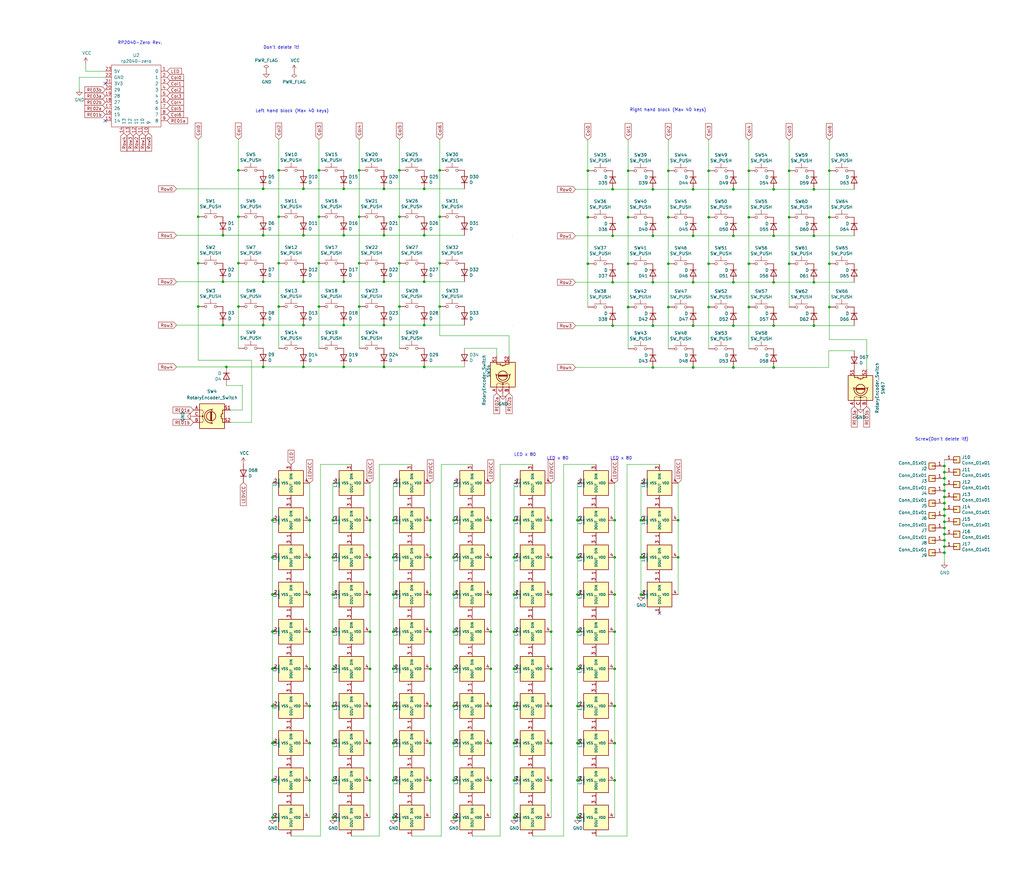
<source format=kicad_sch>
(kicad_sch (version 20230121) (generator eeschema)
  (paper "User" 419.989 360.045)
  (junction (at 163.83 88.9))
  (junction (at 124.46 150.495))
  (junction (at 107.95 96.52))
  (junction (at 147.32 88.9))
  (junction (at 176.53 243.84))
  (junction (at 226.06 228.6))
  (junction (at 290.6303 70.0577))
  (junction (at 97.79 88.9))
  (junction (at 161.29 289.56))
  (junction (at 262.89 243.84))
  (junction (at 161.29 243.84))
  (junction (at 210.82 243.84))
  (junction (at 317.3003 77.6777))
  (junction (at 173.99 115.57))
  (junction (at 267.7703 150.7027))
  (junction (at 157.48 115.57))
  (junction (at 210.82 304.8))
  (junction (at 173.99 150.495))
  (junction (at 201.295 243.84))
  (junction (at 333.8103 77.6777))
  (junction (at 333.8103 133.5577))
  (junction (at 127 259.08))
  (junction (at 151.765 289.56))
  (junction (at 210.82 320.04))
  (junction (at 111.76 259.08))
  (junction (at 201.295 304.8))
  (junction (at 300.7903 96.7277))
  (junction (at 333.8103 115.7777))
  (junction (at 387.35 219.075))
  (junction (at 201.295 213.36))
  (junction (at 387.35 193.675))
  (junction (at 201.295 289.56))
  (junction (at 236.855 259.08))
  (junction (at 300.7903 150.7027))
  (junction (at 127 304.8))
  (junction (at 387.35 213.995))
  (junction (at 323.6503 70.0577))
  (junction (at 317.3003 133.5577))
  (junction (at 147.32 69.85))
  (junction (at 107.95 115.57))
  (junction (at 124.46 133.35))
  (junction (at 186.055 289.56))
  (junction (at 186.055 274.32))
  (junction (at 173.99 96.52))
  (junction (at 124.46 77.47))
  (junction (at 210.82 335.28))
  (junction (at 201.295 320.04))
  (junction (at 387.35 221.615))
  (junction (at 161.29 259.08))
  (junction (at 323.6503 89.1077))
  (junction (at 147.32 107.95))
  (junction (at 387.35 216.535))
  (junction (at 251.2603 115.7777))
  (junction (at 236.855 335.28))
  (junction (at 252.095 213.36))
  (junction (at 127 289.56))
  (junction (at 176.53 213.36))
  (junction (at 114.3 107.95))
  (junction (at 163.83 69.85))
  (junction (at 161.29 274.32))
  (junction (at 173.99 133.35))
  (junction (at 176.53 259.08))
  (junction (at 91.44 115.57))
  (junction (at 180.34 88.9))
  (junction (at 176.53 320.04))
  (junction (at 186.055 243.84))
  (junction (at 127 213.36))
  (junction (at 186.055 228.6))
  (junction (at 186.055 304.8))
  (junction (at 226.06 289.56))
  (junction (at 97.79 107.95))
  (junction (at 267.7703 77.6736))
  (junction (at 151.765 228.6))
  (junction (at 387.35 196.215))
  (junction (at 186.055 259.08))
  (junction (at 140.97 77.47))
  (junction (at 274.1203 125.9377))
  (junction (at 317.3003 96.7277))
  (junction (at 340.1603 125.9377))
  (junction (at 387.35 206.375))
  (junction (at 180.34 107.95))
  (junction (at 161.29 228.6))
  (junction (at 300.7903 77.6777))
  (junction (at 267.7703 96.7277))
  (junction (at 111.76 289.56))
  (junction (at 136.525 228.6))
  (junction (at 252.095 274.32))
  (junction (at 81.28 107.95))
  (junction (at 252.095 289.56))
  (junction (at 262.89 213.36))
  (junction (at 173.99 77.47))
  (junction (at 114.3 69.85))
  (junction (at 251.2603 96.7277))
  (junction (at 307.1403 125.9377))
  (junction (at 111.76 243.84))
  (junction (at 127 274.32))
  (junction (at 136.525 304.8))
  (junction (at 236.855 228.6))
  (junction (at 236.855 243.84))
  (junction (at 267.7703 133.5577))
  (junction (at 157.48 96.52))
  (junction (at 210.82 274.32))
  (junction (at 226.06 213.36))
  (junction (at 387.35 224.155))
  (junction (at 274.1203 108.1577))
  (junction (at 130.81 88.9))
  (junction (at 257.6103 70.0536))
  (junction (at 262.89 228.6))
  (junction (at 226.06 320.04))
  (junction (at 140.97 96.52))
  (junction (at 290.6303 125.9377))
  (junction (at 387.35 198.755))
  (junction (at 81.28 88.9))
  (junction (at 284.2803 115.7777))
  (junction (at 387.35 226.695))
  (junction (at 340.1603 89.1077))
  (junction (at 151.765 304.8))
  (junction (at 241.1003 89.1077))
  (junction (at 163.83 107.95))
  (junction (at 284.2803 96.7277))
  (junction (at 111.76 213.36))
  (junction (at 180.34 125.73))
  (junction (at 136.525 335.28))
  (junction (at 151.765 320.04))
  (junction (at 176.53 304.8))
  (junction (at 124.46 96.52))
  (junction (at 163.83 125.73))
  (junction (at 136.525 274.32))
  (junction (at 107.95 133.35))
  (junction (at 300.7903 115.7777))
  (junction (at 186.055 320.04))
  (junction (at 278.13 228.6))
  (junction (at 111.76 228.6))
  (junction (at 236.855 289.56))
  (junction (at 127 320.04))
  (junction (at 251.2603 77.637))
  (junction (at 176.53 289.56))
  (junction (at 130.81 69.85))
  (junction (at 97.79 69.85))
  (junction (at 284.2803 77.6777))
  (junction (at 161.29 213.36))
  (junction (at 307.1403 108.1577))
  (junction (at 252.095 304.8))
  (junction (at 274.1203 89.1077))
  (junction (at 127 243.84))
  (junction (at 387.35 208.915))
  (junction (at 140.97 150.495))
  (junction (at 107.95 150.495))
  (junction (at 97.79 125.73))
  (junction (at 257.6103 89.1077))
  (junction (at 226.06 243.84))
  (junction (at 111.76 274.32))
  (junction (at 257.6103 108.1577))
  (junction (at 284.2803 133.5577))
  (junction (at 124.46 115.57))
  (junction (at 284.2803 150.7027))
  (junction (at 111.76 335.28))
  (junction (at 140.97 133.35))
  (junction (at 252.095 320.04))
  (junction (at 136.525 243.84))
  (junction (at 161.29 304.8))
  (junction (at 252.095 243.84))
  (junction (at 210.82 213.36))
  (junction (at 127 228.6))
  (junction (at 226.06 274.32))
  (junction (at 241.1003 70.017))
  (junction (at 136.525 320.04))
  (junction (at 114.3 88.9))
  (junction (at 157.48 150.495))
  (junction (at 91.44 133.35))
  (junction (at 91.44 96.52))
  (junction (at 107.95 77.47))
  (junction (at 274.1203 70.0577))
  (junction (at 81.28 125.73))
  (junction (at 161.29 335.28))
  (junction (at 186.055 213.36))
  (junction (at 323.6503 108.1577))
  (junction (at 186.055 335.28))
  (junction (at 151.765 243.84))
  (junction (at 201.295 228.6))
  (junction (at 161.29 320.04))
  (junction (at 290.6303 89.1077))
  (junction (at 236.855 304.8))
  (junction (at 111.76 320.04))
  (junction (at 387.35 203.835))
  (junction (at 241.1003 108.1577))
  (junction (at 130.81 125.73))
  (junction (at 290.6303 108.1577))
  (junction (at 210.82 289.56))
  (junction (at 226.06 259.08))
  (junction (at 387.35 211.455))
  (junction (at 236.855 320.04))
  (junction (at 140.97 115.57))
  (junction (at 317.3003 115.7777))
  (junction (at 252.095 228.6))
  (junction (at 151.765 274.32))
  (junction (at 130.81 107.95))
  (junction (at 340.1603 70.0124))
  (junction (at 387.35 191.135))
  (junction (at 333.8103 96.7277))
  (junction (at 147.32 125.73))
  (junction (at 176.53 228.6))
  (junction (at 157.48 133.35))
  (junction (at 136.525 213.36))
  (junction (at 201.295 259.08))
  (junction (at 226.06 304.8))
  (junction (at 201.295 274.32))
  (junction (at 307.1403 89.1077))
  (junction (at 236.855 213.36))
  (junction (at 340.1603 108.1577))
  (junction (at 92.8551 150.495))
  (junction (at 111.76 304.8))
  (junction (at 136.525 259.08))
  (junction (at 151.765 213.36))
  (junction (at 257.6103 125.9377))
  (junction (at 151.765 259.08))
  (junction (at 387.35 201.295))
  (junction (at 176.53 274.32))
  (junction (at 136.525 289.56))
  (junction (at 114.3 125.73))
  (junction (at 252.095 259.08))
  (junction (at 236.855 274.32))
  (junction (at 210.82 259.08))
  (junction (at 157.48 77.47))
  (junction (at 267.7703 115.7777))
  (junction (at 278.13 213.36))
  (junction (at 307.1403 70.0577))
  (junction (at 300.7903 133.5577))
  (junction (at 317.3003 150.7027))
  (junction (at 210.82 228.6))
  (junction (at 251.2603 133.5577))
  (junction (at 180.34 69.853))
  (no_connect (at 43.18 49.53))
  (no_connect (at 270.51 251.46))
  (no_connect (at 43.18 34.29))
  (wire (pts (xy 252.095 198.12) (xy 252.095 213.36)))
  (wire (pts (xy 387.35 213.995) (xy 387.35 216.535)))
  (wire (pts (xy 257.6103 70.0536) (xy 257.6103 89.1077)))
  (wire (pts (xy 114.3 125.73) (xy 114.3 142.875)))
  (wire (pts (xy 307.1403 89.1077) (xy 307.1403 108.1577)))
  (wire (pts (xy 340.1603 89.1077) (xy 340.1603 108.1577)))
  (wire (pts (xy 387.35 191.135) (xy 387.35 193.675)))
  (wire (pts (xy 236.855 274.32) (xy 236.855 289.56)))
  (wire (pts (xy 387.35 211.455) (xy 387.35 213.995)))
  (wire (pts (xy 147.32 88.9) (xy 147.32 107.95)))
  (wire (pts (xy 107.95 96.52) (xy 124.46 96.52)))
  (wire (pts (xy 81.28 125.73) (xy 81.28 147.7746)))
  (wire (pts (xy 161.29 228.6) (xy 161.29 243.84)))
  (wire (pts (xy 173.99 133.35) (xy 190.5 133.35)))
  (wire (pts (xy 127 259.08) (xy 127 274.32)))
  (wire (pts (xy 278.13 213.36) (xy 278.13 228.6)))
  (wire (pts (xy 97.79 125.73) (xy 97.79 142.8114)))
  (wire (pts (xy 236.0203 150.7027) (xy 267.7703 150.7027)))
  (wire (pts (xy 241.1003 57.3577) (xy 241.1003 70.017)))
  (wire (pts (xy 136.525 213.36) (xy 136.525 228.6)))
  (wire (pts (xy 210.82 228.6) (xy 210.82 243.84)))
  (wire (pts (xy 103.1684 147.7746) (xy 103.1684 173.2523)))
  (wire (pts (xy 257.6103 57.3577) (xy 257.6103 70.0536)))
  (wire (pts (xy 72.39 150.495) (xy 92.8551 150.495)))
  (wire (pts (xy 111.76 243.84) (xy 111.76 259.08)))
  (wire (pts (xy 284.2803 115.7777) (xy 300.7903 115.7777)))
  (wire (pts (xy 317.3003 96.7277) (xy 333.8103 96.7277)))
  (wire (pts (xy 107.95 150.495) (xy 124.46 150.495)))
  (wire (pts (xy 290.6303 108.1577) (xy 290.6303 125.9377)))
  (wire (pts (xy 278.13 228.6) (xy 278.13 243.84)))
  (wire (pts (xy 151.765 289.56) (xy 151.765 304.8)))
  (wire (pts (xy 176.53 213.36) (xy 176.53 228.6)))
  (wire (pts (xy 136.525 289.56) (xy 136.525 304.8)))
  (wire (pts (xy 127 274.32) (xy 127 289.56)))
  (wire (pts (xy 226.06 213.36) (xy 226.06 228.6)))
  (wire (pts (xy 147.32 125.73) (xy 147.32 142.8543)))
  (wire (pts (xy 186.055 304.8) (xy 186.055 320.04)))
  (wire (pts (xy 251.2603 77.637) (xy 267.7703 77.637)))
  (wire (pts (xy 201.295 228.6) (xy 201.295 243.84)))
  (wire (pts (xy 163.83 57.15) (xy 163.83 69.85)))
  (wire (pts (xy 103.1684 173.2523) (xy 94.5906 173.2523)))
  (wire (pts (xy 317.3003 150.7027) (xy 339.8656 150.7027)))
  (wire (pts (xy 236.855 304.8) (xy 236.855 320.04)))
  (wire (pts (xy 173.99 150.495) (xy 190.5 150.495)))
  (wire (pts (xy 241.1003 108.1577) (xy 241.1003 125.9377)))
  (wire (pts (xy 161.29 198.12) (xy 161.29 213.36)))
  (wire (pts (xy 387.35 196.215) (xy 387.35 198.755)))
  (wire (pts (xy 236.855 289.56) (xy 236.855 304.8)))
  (wire (pts (xy 340.1603 139.2682) (xy 355.473 139.2682)))
  (wire (pts (xy 290.6303 89.1077) (xy 290.6303 108.1577)))
  (wire (pts (xy 387.35 201.295) (xy 387.35 203.835)))
  (wire (pts (xy 173.99 77.47) (xy 190.5 77.47)))
  (wire (pts (xy 161.29 304.8) (xy 161.29 320.04)))
  (wire (pts (xy 163.83 107.95) (xy 163.83 125.73)))
  (wire (pts (xy 290.6303 57.3577) (xy 290.6303 70.0577)))
  (wire (pts (xy 210.185 133.35) (xy 210.185 133.3577)))
  (wire (pts (xy 180.975 190.5) (xy 193.675 190.5)))
  (wire (pts (xy 236.855 259.08) (xy 236.855 274.32)))
  (wire (pts (xy 226.06 289.56) (xy 226.06 304.8)))
  (wire (pts (xy 236.855 198.12) (xy 236.855 213.36)))
  (wire (pts (xy 92.8551 150.495) (xy 107.95 150.495)))
  (wire (pts (xy 180.34 57.15) (xy 180.34 69.853)))
  (wire (pts (xy 157.48 150.495) (xy 157.48 150.4743)))
  (wire (pts (xy 161.29 243.84) (xy 161.29 259.08)))
  (wire (pts (xy 210.82 289.56) (xy 210.82 304.8)))
  (wire (pts (xy 267.7703 96.7277) (xy 284.2803 96.7277)))
  (wire (pts (xy 127 289.56) (xy 127 304.8)))
  (wire (pts (xy 151.765 320.04) (xy 151.765 335.28)))
  (wire (pts (xy 340.1603 70.0124) (xy 340.1603 89.1077)))
  (wire (pts (xy 210.82 198.12) (xy 210.82 213.36)))
  (wire (pts (xy 127 243.84) (xy 127 259.08)))
  (wire (pts (xy 176.53 320.04) (xy 176.53 335.28)))
  (wire (pts (xy 136.525 304.8) (xy 136.525 320.04)))
  (wire (pts (xy 201.295 243.84) (xy 201.295 259.08)))
  (wire (pts (xy 251.2603 133.5577) (xy 267.7703 133.5577)))
  (wire (pts (xy 267.7703 77.6777) (xy 284.2803 77.6777)))
  (wire (pts (xy 180.34 125.73) (xy 180.34 137.7052)))
  (wire (pts (xy 91.44 115.57) (xy 72.39 115.57)))
  (wire (pts (xy 124.46 115.57) (xy 140.97 115.57)))
  (wire (pts (xy 124.46 133.35) (xy 140.97 133.35)))
  (wire (pts (xy 176.53 304.8) (xy 176.53 320.04)))
  (wire (pts (xy 111.76 274.32) (xy 111.76 289.56)))
  (wire (pts (xy 201.295 304.8) (xy 201.295 320.04)))
  (wire (pts (xy 91.44 96.52) (xy 107.95 96.52)))
  (wire (pts (xy 81.28 88.9) (xy 81.28 107.95)))
  (wire (pts (xy 127 228.6) (xy 127 243.84)))
  (wire (pts (xy 387.35 206.375) (xy 387.35 208.915)))
  (wire (pts (xy 173.99 96.52) (xy 190.5 96.52)))
  (wire (pts (xy 130.81 57.15) (xy 130.81 69.85)))
  (wire (pts (xy 173.99 115.57) (xy 190.5 115.57)))
  (wire (pts (xy 147.32 69.85) (xy 147.32 88.9)))
  (wire (pts (xy 203.708 142.875) (xy 203.708 146.05)))
  (wire (pts (xy 252.095 274.32) (xy 252.095 289.56)))
  (wire (pts (xy 274.1203 108.1577) (xy 274.1203 125.9377)))
  (wire (pts (xy 92.8551 158.115) (xy 99.4074 158.115)))
  (wire (pts (xy 317.3003 77.6777) (xy 333.8103 77.6777)))
  (wire (pts (xy 205.105 342.9) (xy 205.105 190.5)))
  (wire (pts (xy 340.1603 108.1577) (xy 340.1603 125.9377)))
  (wire (pts (xy 387.35 203.835) (xy 387.35 206.375)))
  (wire (pts (xy 111.76 289.56) (xy 111.76 304.8)))
  (wire (pts (xy 355.473 139.2682) (xy 355.473 151.511)))
  (wire (pts (xy 236.855 213.36) (xy 236.855 228.6)))
  (wire (pts (xy 124.46 96.52) (xy 140.97 96.52)))
  (wire (pts (xy 111.76 228.6) (xy 111.76 243.84)))
  (wire (pts (xy 136.525 198.12) (xy 136.525 213.36)))
  (wire (pts (xy 72.39 77.47) (xy 107.95 77.47)))
  (wire (pts (xy 257.175 342.9) (xy 257.175 190.5)))
  (wire (pts (xy 186.055 228.6) (xy 186.055 243.84)))
  (wire (pts (xy 300.7903 115.7777) (xy 317.3003 115.7777)))
  (wire (pts (xy 210.82 259.08) (xy 210.82 274.32)))
  (wire (pts (xy 127 320.04) (xy 127 335.28)))
  (wire (pts (xy 226.06 304.8) (xy 226.06 320.04)))
  (wire (pts (xy 284.2803 150.7027) (xy 300.7903 150.7027)))
  (wire (pts (xy 140.97 77.47) (xy 157.48 77.47)))
  (wire (pts (xy 387.35 208.915) (xy 387.35 211.455)))
  (wire (pts (xy 231.14 342.9) (xy 231.14 190.5)))
  (wire (pts (xy 107.95 133.35) (xy 124.46 133.35)))
  (wire (pts (xy 163.83 88.9) (xy 163.83 107.95)))
  (wire (pts (xy 201.295 259.08) (xy 201.295 274.32)))
  (wire (pts (xy 340.1603 57.3577) (xy 340.1603 70.0124)))
  (wire (pts (xy 180.34 69.853) (xy 180.34 88.9)))
  (wire (pts (xy 147.32 107.95) (xy 147.32 125.73)))
  (wire (pts (xy 210.82 320.04) (xy 210.82 335.28)))
  (wire (pts (xy 387.35 224.155) (xy 387.35 226.695)))
  (wire (pts (xy 218.44 342.9) (xy 231.14 342.9)))
  (wire (pts (xy 119.38 342.9) (xy 131.445 342.9)))
  (wire (pts (xy 176.53 274.32) (xy 176.53 289.56)))
  (wire (pts (xy 97.79 88.9) (xy 97.79 107.95)))
  (wire (pts (xy 124.46 150.495) (xy 140.97 150.495)))
  (wire (pts (xy 130.81 125.73) (xy 130.81 142.875)))
  (wire (pts (xy 81.28 147.7746) (xy 103.1684 147.7746)))
  (wire (pts (xy 147.32 57.15) (xy 147.32 69.85)))
  (wire (pts (xy 186.055 198.12) (xy 186.055 213.36)))
  (wire (pts (xy 186.055 320.04) (xy 186.055 335.28)))
  (wire (pts (xy 140.97 96.52) (xy 157.48 96.52)))
  (wire (pts (xy 91.44 96.52) (xy 72.39 96.52)))
  (wire (pts (xy 97.79 69.85) (xy 97.79 88.9)))
  (wire (pts (xy 300.7903 96.7277) (xy 317.3003 96.7277)))
  (wire (pts (xy 124.46 77.47) (xy 140.97 77.47)))
  (wire (pts (xy 140.97 115.57) (xy 157.48 115.57)))
  (wire (pts (xy 94.5906 168.1723) (xy 99.4074 168.1723)))
  (wire (pts (xy 339.8656 143.891) (xy 350.393 143.891)))
  (wire (pts (xy 226.06 228.6) (xy 226.06 243.84)))
  (wire (pts (xy 136.525 274.32) (xy 136.525 289.56)))
  (wire (pts (xy 252.095 228.6) (xy 252.095 243.84)))
  (wire (pts (xy 114.3 107.95) (xy 114.3 125.73)))
  (wire (pts (xy 43.18 29.21) (xy 35.1771 29.21)))
  (wire (pts (xy 114.3 69.85) (xy 114.3 88.9)))
  (wire (pts (xy 226.06 259.08) (xy 226.06 274.32)))
  (wire (pts (xy 107.95 115.57) (xy 124.46 115.57)))
  (wire (pts (xy 333.8103 133.5577) (xy 350.3203 133.5577)))
  (wire (pts (xy 323.6503 89.1077) (xy 323.6503 108.1577)))
  (wire (pts (xy 226.06 198.12) (xy 226.06 213.36)))
  (wire (pts (xy 300.7903 133.5577) (xy 317.3003 133.5577)))
  (wire (pts (xy 226.06 243.84) (xy 226.06 259.08)))
  (wire (pts (xy 387.35 193.675) (xy 387.35 196.215)))
  (wire (pts (xy 317.3003 115.7777) (xy 333.8103 115.7777)))
  (wire (pts (xy 161.29 274.32) (xy 161.29 289.56)))
  (wire (pts (xy 333.8103 115.7777) (xy 350.3203 115.7777)))
  (wire (pts (xy 350.3203 77.6777) (xy 350.3203 77.6324)))
  (wire (pts (xy 257.6103 108.1577) (xy 257.6103 125.9377)))
  (wire (pts (xy 151.765 274.32) (xy 151.765 289.56)))
  (wire (pts (xy 151.765 228.6) (xy 151.765 243.84)))
  (wire (pts (xy 244.475 342.9) (xy 257.175 342.9)))
  (wire (pts (xy 205.105 190.5) (xy 218.44 190.5)))
  (wire (pts (xy 201.295 198.12) (xy 201.295 213.36)))
  (wire (pts (xy 226.06 320.04) (xy 226.06 335.28)))
  (wire (pts (xy 91.44 133.35) (xy 107.95 133.35)))
  (wire (pts (xy 231.14 190.5) (xy 244.475 190.5)))
  (wire (pts (xy 307.1403 57.3577) (xy 307.1403 70.0577)))
  (wire (pts (xy 387.35 219.075) (xy 387.35 221.615)))
  (wire (pts (xy 236.0203 96.7277) (xy 251.2603 96.7277)))
  (wire (pts (xy 252.095 243.84) (xy 252.095 259.08)))
  (wire (pts (xy 267.7703 77.637) (xy 267.7703 77.6736)))
  (wire (pts (xy 161.29 213.36) (xy 161.29 228.6)))
  (wire (pts (xy 127 213.36) (xy 127 228.6)))
  (wire (pts (xy 157.48 96.52) (xy 173.99 96.52)))
  (wire (pts (xy 323.6503 108.1577) (xy 323.6503 125.9377)))
  (wire (pts (xy 151.765 304.8) (xy 151.765 320.04)))
  (wire (pts (xy 252.095 259.08) (xy 252.095 274.32)))
  (wire (pts (xy 136.525 259.08) (xy 136.525 274.32)))
  (wire (pts (xy 151.765 198.12) (xy 151.765 213.36)))
  (wire (pts (xy 257.175 190.5) (xy 270.51 190.5)))
  (wire (pts (xy 274.1203 70.0577) (xy 274.1203 89.1077)))
  (wire (pts (xy 111.76 213.36) (xy 111.76 228.6)))
  (wire (pts (xy 323.6503 57.3577) (xy 323.6503 70.0577)))
  (wire (pts (xy 130.81 107.95) (xy 130.81 125.73)))
  (wire (pts (xy 186.055 243.84) (xy 186.055 259.08)))
  (wire (pts (xy 186.055 213.36) (xy 186.055 228.6)))
  (wire (pts (xy 387.35 216.535) (xy 387.35 219.075)))
  (wire (pts (xy 97.79 57.15) (xy 97.79 69.85)))
  (wire (pts (xy 157.48 115.57) (xy 173.99 115.57)))
  (wire (pts (xy 131.445 342.9) (xy 131.445 190.5)))
  (wire (pts (xy 274.1203 57.3577) (xy 274.1203 70.0577)))
  (wire (pts (xy 252.095 213.36) (xy 252.095 228.6)))
  (wire (pts (xy 190.5 77.47) (xy 190.5 77.473)))
  (wire (pts (xy 91.44 115.57) (xy 107.95 115.57)))
  (wire (pts (xy 262.89 198.12) (xy 262.89 213.36)))
  (wire (pts (xy 257.6103 125.9377) (xy 257.6103 143.0788)))
  (wire (pts (xy 210.82 304.8) (xy 210.82 320.04)))
  (wire (pts (xy 136.525 228.6) (xy 136.525 243.84)))
  (wire (pts (xy 168.91 342.9) (xy 180.975 342.9)))
  (wire (pts (xy 208.788 137.7052) (xy 208.788 146.05)))
  (wire (pts (xy 81.28 57.15) (xy 81.28 88.9)))
  (wire (pts (xy 201.295 320.04) (xy 201.295 335.28)))
  (wire (pts (xy 387.35 198.755) (xy 387.35 201.295)))
  (wire (pts (xy 307.1403 70.0577) (xy 307.1403 89.1077)))
  (wire (pts (xy 127 198.12) (xy 127 213.36)))
  (wire (pts (xy 97.79 107.95) (xy 97.79 125.73)))
  (wire (pts (xy 114.3 88.9) (xy 114.3 107.95)))
  (wire (pts (xy 163.83 69.85) (xy 163.83 88.9)))
  (wire (pts (xy 180.34 137.7052) (xy 208.788 137.7052)))
  (wire (pts (xy 193.675 342.9) (xy 205.105 342.9)))
  (wire (pts (xy 210.185 96.52) (xy 210.185 96.5158)))
  (wire (pts (xy 333.8103 150.7027) (xy 333.8103 150.7075)))
  (wire (pts (xy 387.35 188.595) (xy 387.35 191.135)))
  (wire (pts (xy 257.6103 89.1077) (xy 257.6103 108.1577)))
  (wire (pts (xy 267.7703 115.7777) (xy 284.2803 115.7777)))
  (wire (pts (xy 114.3 57.15) (xy 114.3 69.85)))
  (wire (pts (xy 210.82 274.32) (xy 210.82 289.56)))
  (wire (pts (xy 107.95 77.47) (xy 124.46 77.47)))
  (wire (pts (xy 176.53 198.12) (xy 176.53 213.36)))
  (wire (pts (xy 157.48 150.495) (xy 173.99 150.495)))
  (wire (pts (xy 252.095 320.04) (xy 252.095 335.28)))
  (wire (pts (xy 236.0203 133.5577) (xy 251.2603 133.5577)))
  (wire (pts (xy 307.1403 125.9377) (xy 307.1403 143.0827)))
  (wire (pts (xy 161.29 259.08) (xy 161.29 274.32)))
  (wire (pts (xy 340.1603 125.9377) (xy 340.1603 139.2682)))
  (wire (pts (xy 186.055 274.32) (xy 186.055 289.56)))
  (wire (pts (xy 136.525 243.84) (xy 136.525 259.08)))
  (wire (pts (xy 290.6303 70.0577) (xy 290.6303 89.1077)))
  (wire (pts (xy 140.97 133.35) (xy 157.48 133.35)))
  (wire (pts (xy 252.095 304.8) (xy 252.095 320.04)))
  (wire (pts (xy 43.18 31.75) (xy 32.512 31.75)))
  (wire (pts (xy 155.575 342.9) (xy 155.575 190.5)))
  (wire (pts (xy 157.48 77.47) (xy 173.99 77.47)))
  (wire (pts (xy 278.13 198.12) (xy 278.13 213.36)))
  (wire (pts (xy 35.1771 29.21) (xy 35.1771 26.1724)))
  (wire (pts (xy 201.295 289.56) (xy 201.295 304.8)))
  (wire (pts (xy 131.445 190.5) (xy 144.145 190.5)))
  (wire (pts (xy 236.855 320.04) (xy 236.855 335.28)))
  (wire (pts (xy 151.765 213.36) (xy 151.765 228.6)))
  (wire (pts (xy 333.8103 77.6777) (xy 350.3203 77.6777)))
  (wire (pts (xy 161.29 320.04) (xy 161.29 335.28)))
  (wire (pts (xy 300.7903 77.6777) (xy 317.3003 77.6777)))
  (wire (pts (xy 300.7903 150.7027) (xy 317.3003 150.7027)))
  (wire (pts (xy 210.82 213.36) (xy 210.82 228.6)))
  (wire (pts (xy 130.81 69.85) (xy 130.81 88.9)))
  (wire (pts (xy 210.82 243.84) (xy 210.82 259.08)))
  (wire (pts (xy 127 304.8) (xy 127 320.04)))
  (wire (pts (xy 176.53 243.84) (xy 176.53 259.08)))
  (wire (pts (xy 111.76 320.04) (xy 111.76 335.28)))
  (wire (pts (xy 151.765 259.08) (xy 151.765 274.32)))
  (wire (pts (xy 284.2803 133.5577) (xy 300.7903 133.5577)))
  (wire (pts (xy 111.76 259.08) (xy 111.76 274.32)))
  (wire (pts (xy 333.8103 96.7277) (xy 350.3203 96.7277)))
  (wire (pts (xy 99.4074 168.1723) (xy 99.4074 158.115)))
  (wire (pts (xy 140.97 150.495) (xy 157.48 150.495)))
  (wire (pts (xy 387.35 226.695) (xy 387.35 230.505)))
  (wire (pts (xy 236.855 243.84) (xy 236.855 259.08)))
  (wire (pts (xy 136.525 320.04) (xy 136.525 335.28)))
  (wire (pts (xy 201.295 274.32) (xy 201.295 289.56)))
  (wire (pts (xy 155.575 190.5) (xy 168.91 190.5)))
  (wire (pts (xy 284.2803 150.7027) (xy 284.2803 150.6945)))
  (wire (pts (xy 323.6503 70.0577) (xy 323.6503 89.1077)))
  (wire (pts (xy 252.095 289.56) (xy 252.095 304.8)))
  (wire (pts (xy 186.055 259.08) (xy 186.055 274.32)))
  (wire (pts (xy 111.76 198.12) (xy 111.76 213.36)))
  (wire (pts (xy 317.3003 133.5577) (xy 333.8103 133.5577)))
  (wire (pts (xy 307.1403 108.1577) (xy 307.1403 125.9377)))
  (wire (pts (xy 186.055 289.56) (xy 186.055 304.8)))
  (wire (pts (xy 387.35 221.615) (xy 387.35 224.155)))
  (wire (pts (xy 163.83 125.73) (xy 163.83 142.8711)))
  (wire (pts (xy 339.8656 150.7027) (xy 339.8656 143.891)))
  (wire (pts (xy 267.7703 150.7027) (xy 284.2803 150.7027)))
  (wire (pts (xy 241.1003 70.017) (xy 241.1003 89.1077)))
  (wire (pts (xy 180.34 88.9) (xy 180.34 107.95)))
  (wire (pts (xy 180.34 107.95) (xy 180.34 125.73)))
  (wire (pts (xy 176.53 259.08) (xy 176.53 274.32)))
  (wire (pts (xy 144.145 342.9) (xy 155.575 342.9)))
  (wire (pts (xy 81.28 107.95) (xy 81.28 125.73)))
  (wire (pts (xy 201.295 213.36) (xy 201.295 228.6)))
  (wire (pts (xy 267.7703 133.5577) (xy 284.2803 133.5577)))
  (wire (pts (xy 173.99 150.495) (xy 173.99 150.4911)))
  (wire (pts (xy 251.2603 77.6777) (xy 251.2603 77.637)))
  (wire (pts (xy 267.7703 77.6777) (xy 267.7703 77.6736)))
  (wire (pts (xy 180.975 342.9) (xy 180.975 190.5)))
  (wire (pts (xy 241.1003 89.1077) (xy 241.1003 108.1577)))
  (wire (pts (xy 267.7703 150.7027) (xy 267.7703 150.6988)))
  (wire (pts (xy 176.53 228.6) (xy 176.53 243.84)))
  (wire (pts (xy 226.06 274.32) (xy 226.06 289.56)))
  (wire (pts (xy 290.6303 125.9377) (xy 290.6303 143.0827)))
  (wire (pts (xy 236.855 228.6) (xy 236.855 243.84)))
  (wire (pts (xy 107.95 150.495) (xy 107.95 150.4314)))
  (wire (pts (xy 111.76 304.8) (xy 111.76 320.04)))
  (wire (pts (xy 176.53 289.56) (xy 176.53 304.8)))
  (wire (pts (xy 32.512 31.75) (xy 32.512 36.576)))
  (wire (pts (xy 251.2603 96.7277) (xy 267.7703 96.7277)))
  (wire (pts (xy 251.2603 115.7777) (xy 267.7703 115.7777)))
  (wire (pts (xy 157.48 133.35) (xy 173.99 133.35)))
  (wire (pts (xy 262.89 213.36) (xy 262.89 228.6)))
  (wire (pts (xy 262.89 228.6) (xy 262.89 243.84)))
  (wire (pts (xy 190.5 142.875) (xy 203.708 142.875)))
  (wire (pts (xy 284.2803 96.7277) (xy 300.7903 96.7277)))
  (wire (pts (xy 151.765 243.84) (xy 151.765 259.08)))
  (wire (pts (xy 130.81 88.9) (xy 130.81 107.95)))
  (wire (pts (xy 236.0203 115.7777) (xy 251.2603 115.7777)))
  (wire (pts (xy 274.1203 125.9377) (xy 274.1203 143.0745)))
  (wire (pts (xy 274.1203 89.1077) (xy 274.1203 108.1577)))
  (wire (pts (xy 91.44 133.35) (xy 72.39 133.35)))
  (wire (pts (xy 236.0203 77.6777) (xy 251.2603 77.6777)))
  (wire (pts (xy 161.29 289.56) (xy 161.29 304.8)))
  (wire (pts (xy 284.2803 77.6777) (xy 300.7903 77.6777)))
  (text "LED x 80" (at 224.1918 188.7926 0) (effects (font (size 1.27 1.27)) (justify left bottom)))
  (text "Left hand block (Max 40 keys)" (at 104.775 46.355 0) (effects (font (size 1.27 1.27)) (justify left bottom)))
  (text "Screw(Don't delete it!)" (at 375.285 180.975 0) (effects (font (size 1.27 1.27)) (justify left bottom)))
  (text "LED x 80" (at 250.2268 188.7926 0) (effects (font (size 1.27 1.27)) (justify left bottom)))
  (text "Don't delete it!" (at 107.95 20.32 0) (effects (font (size 1.27 1.27)) (justify left bottom)))
  (text "Right hand block (Max 40 keys)" (at 258.2453 45.9277 0) (effects (font (size 1.27 1.27)) (justify left bottom)))
  (text "LED x 80" (at 210.82 187.325 0) (effects (font (size 1.27 1.27)) (justify left bottom)))
  (text "RP2040-Zero Rev." (at 48.26 18.415 0) (effects (font (size 1.27 1.27)) (justify left bottom)))
  (global_label "Row1" (shape input) (at 72.39 96.52 180) (property "Intersheetrefs" "${INTERSHEET_REFS}" (effects hide)))
  (global_label "Col3" (shape input) (at 290.6303 57.3577 90) (property "Intersheetrefs" "${INTERSHEET_REFS}" (effects hide)))
  (global_label "LED" (shape input) (at 68.58 29.21 0) (property "Intersheetrefs" "${INTERSHEET_REFS}" (effects hide)))
  (global_label "Col1" (shape input) (at 68.58 34.29 0) (property "Intersheetrefs" "${INTERSHEET_REFS}" (effects hide)))
  (global_label "RE03b" (shape input) (at 355.473 166.751 270) (property "Intersheetrefs" "${INTERSHEET_REFS}" (effects hide)))
  (global_label "RE02a" (shape input) (at 203.708 161.29 270) (property "Intersheetrefs" "${INTERSHEET_REFS}" (effects hide)))
  (global_label "Row0" (shape input) (at 72.39 77.47 180) (property "Intersheetrefs" "${INTERSHEET_REFS}" (effects hide)))
  (global_label "LEDVCC" (shape input) (at 99.822 197.866 270) (property "Intersheetrefs" "${INTERSHEET_REFS}" (effects hide)))
  (global_label "Col0" (shape input) (at 81.28 57.15 90) (property "Intersheetrefs" "${INTERSHEET_REFS}" (effects hide)))
  (global_label "RE01a" (shape input) (at 68.58 49.53 0) (property "Intersheetrefs" "${INTERSHEET_REFS}" (effects hide)))
  (global_label "RE03a" (shape input) (at 43.18 39.37 180) (property "Intersheetrefs" "${INTERSHEET_REFS}" (effects hide)))
  (global_label "Row0" (shape input) (at 236.0203 77.6777 180) (property "Intersheetrefs" "${INTERSHEET_REFS}" (effects hide)))
  (global_label "LEDVCC" (shape input) (at 127 198.12 90) (property "Intersheetrefs" "${INTERSHEET_REFS}" (effects hide)))
  (global_label "Col2" (shape input) (at 68.58 36.83 0) (property "Intersheetrefs" "${INTERSHEET_REFS}" (effects hide)))
  (global_label "Row0" (shape input) (at 60.96 54.61 270) (property "Intersheetrefs" "${INTERSHEET_REFS}" (effects hide)))
  (global_label "Col0" (shape input) (at 68.58 31.75 0) (property "Intersheetrefs" "${INTERSHEET_REFS}" (effects hide)))
  (global_label "LED" (shape input) (at 119.38 190.5 90) (property "Intersheetrefs" "${INTERSHEET_REFS}" (effects hide)))
  (global_label "Row4" (shape input) (at 236.0203 150.7027 180) (property "Intersheetrefs" "${INTERSHEET_REFS}" (effects hide)))
  (global_label "Col6" (shape input) (at 340.1603 57.3577 90) (property "Intersheetrefs" "${INTERSHEET_REFS}" (effects hide)))
  (global_label "LEDVCC" (shape input) (at 201.295 198.12 90) (property "Intersheetrefs" "${INTERSHEET_REFS}" (effects hide)))
  (global_label "LEDVCC" (shape input) (at 226.06 198.12 90) (property "Intersheetrefs" "${INTERSHEET_REFS}" (effects hide)))
  (global_label "RE02b" (shape input) (at 43.18 41.91 180) (property "Intersheetrefs" "${INTERSHEET_REFS}" (effects hide)))
  (global_label "Col1" (shape input) (at 97.79 57.15 90) (property "Intersheetrefs" "${INTERSHEET_REFS}" (effects hide)))
  (global_label "LEDVCC" (shape input) (at 252.095 198.12 90) (property "Intersheetrefs" "${INTERSHEET_REFS}" (effects hide)))
  (global_label "Row4" (shape input) (at 72.39 150.495 180) (property "Intersheetrefs" "${INTERSHEET_REFS}" (effects hide)))
  (global_label "Col0" (shape input) (at 241.1003 57.3577 90) (property "Intersheetrefs" "${INTERSHEET_REFS}" (effects hide)))
  (global_label "Col2" (shape input) (at 114.3 57.15 90) (property "Intersheetrefs" "${INTERSHEET_REFS}" (effects hide)))
  (global_label "Col5" (shape input) (at 323.6503 57.3577 90) (property "Intersheetrefs" "${INTERSHEET_REFS}" (effects hide)))
  (global_label "Row3" (shape input) (at 53.34 54.61 270) (property "Intersheetrefs" "${INTERSHEET_REFS}" (effects hide)))
  (global_label "RE01b" (shape input) (at 79.3506 173.2523 180) (property "Intersheetrefs" "${INTERSHEET_REFS}" (effects hide)))
  (global_label "LEDVCC" (shape input) (at 151.765 198.12 90) (property "Intersheetrefs" "${INTERSHEET_REFS}" (effects hide)))
  (global_label "RE02a" (shape input) (at 43.18 44.45 180) (property "Intersheetrefs" "${INTERSHEET_REFS}" (effects hide)))
  (global_label "Col4" (shape input) (at 68.58 41.91 0) (property "Intersheetrefs" "${INTERSHEET_REFS}" (effects hide)))
  (global_label "Col3" (shape input) (at 130.81 57.15 90) (property "Intersheetrefs" "${INTERSHEET_REFS}" (effects hide)))
  (global_label "RE03b" (shape input) (at 43.18 36.83 180) (property "Intersheetrefs" "${INTERSHEET_REFS}" (effects hide)))
  (global_label "Col5" (shape input) (at 163.83 57.15 90) (property "Intersheetrefs" "${INTERSHEET_REFS}" (effects hide)))
  (global_label "Col4" (shape input) (at 307.1403 57.3577 90) (property "Intersheetrefs" "${INTERSHEET_REFS}" (effects hide)))
  (global_label "Row2" (shape input) (at 72.39 115.57 180) (property "Intersheetrefs" "${INTERSHEET_REFS}" (effects hide)))
  (global_label "Col6" (shape input) (at 68.58 46.99 0) (property "Intersheetrefs" "${INTERSHEET_REFS}" (effects hide)))
  (global_label "RE01a" (shape input) (at 79.3506 168.1723 180) (property "Intersheetrefs" "${INTERSHEET_REFS}" (effects hide)))
  (global_label "Col4" (shape input) (at 147.32 57.15 90) (property "Intersheetrefs" "${INTERSHEET_REFS}" (effects hide)))
  (global_label "Row2" (shape input) (at 236.0203 115.7777 180) (property "Intersheetrefs" "${INTERSHEET_REFS}" (effects hide)))
  (global_label "Row4" (shape input) (at 50.8 54.61 270) (property "Intersheetrefs" "${INTERSHEET_REFS}" (effects hide)))
  (global_label "Row2" (shape input) (at 55.88 54.61 270) (property "Intersheetrefs" "${INTERSHEET_REFS}" (effects hide)))
  (global_label "RE01b" (shape input) (at 43.18 46.99 180) (property "Intersheetrefs" "${INTERSHEET_REFS}" (effects hide)))
  (global_label "LEDVCC" (shape input) (at 176.53 198.12 90) (property "Intersheetrefs" "${INTERSHEET_REFS}" (effects hide)))
  (global_label "Row1" (shape input) (at 58.42 54.61 270) (property "Intersheetrefs" "${INTERSHEET_REFS}" (effects hide)))
  (global_label "Col3" (shape input) (at 68.58 39.37 0) (property "Intersheetrefs" "${INTERSHEET_REFS}" (effects hide)))
  (global_label "Col2" (shape input) (at 274.1203 57.3577 90) (property "Intersheetrefs" "${INTERSHEET_REFS}" (effects hide)))
  (global_label "Row3" (shape input) (at 72.39 133.35 180) (property "Intersheetrefs" "${INTERSHEET_REFS}" (effects hide)))
  (global_label "RE03a" (shape input) (at 350.393 166.751 270) (property "Intersheetrefs" "${INTERSHEET_REFS}" (effects hide)))
  (global_label "Col6" (shape input) (at 180.34 57.15 90) (property "Intersheetrefs" "${INTERSHEET_REFS}" (effects hide)))
  (global_label "Row1" (shape input) (at 236.0203 96.7277 180) (property "Intersheetrefs" "${INTERSHEET_REFS}" (effects hide)))
  (global_label "Col5" (shape input) (at 68.58 44.45 0) (property "Intersheetrefs" "${INTERSHEET_REFS}" (effects hide)))
  (global_label "Row3" (shape input) (at 236.0203 133.5577 180) (property "Intersheetrefs" "${INTERSHEET_REFS}" (effects hide)))
  (global_label "Col1" (shape input) (at 257.6103 57.3577 90) (property "Intersheetrefs" "${INTERSHEET_REFS}" (effects hide)))
  (global_label "LEDVCC" (shape input) (at 278.13 198.12 90) (property "Intersheetrefs" "${INTERSHEET_REFS}" (effects hide)))
  (global_label "RE02b" (shape input) (at 208.788 161.29 270) (property "Intersheetrefs" "${INTERSHEET_REFS}" (effects hide)))
  (symbol (lib_id "power:PWR_FLAG") (at 109.22 29.21 0) (unit 1)
    (property "Reference" "#FLG01" (effects hide))
    (property "Value" "PWR_FLAG" (at 109.22 24.7904 0))
  )
  (symbol (lib_id "power:PWR_FLAG") (at 120.65 29.21 180) (unit 1)
    (property "Reference" "#FLG02" (effects hide))
    (property "Value" "PWR_FLAG" (at 120.65 33.6042 0))
  )
  (symbol (lib_id "power:GND") (at 109.22 29.21 0) (unit 1)
    (property "Reference" "#PWR010" (effects hide))
    (property "Value" "GND" (at 109.347 33.6042 0))
  )
  (symbol (lib_id "power:VCC") (at 120.65 29.21 0) (unit 1)
    (property "Reference" "#PWR012" (effects hide))
    (property "Value" "VCC" (at 121.0818 24.8158 0))
  )
  (symbol (lib_id "power:GND") (at 32.512 36.576 0) (unit 1)
    (property "Reference" "#PWR08" (effects hide))
    (property "Value" "GND" (at 32.639 40.9702 0))
  )
  (symbol (lib_id "power:VCC") (at 35.1771 26.1724 0) (unit 1)
    (property "Reference" "#PWR06" (effects hide))
    (property "Value" "VCC" (at 35.6089 21.7782 0))
  )
  (symbol (lib_id "Switch:SW_Push") (at 102.87 69.85 0) (unit 1)
    (property "Reference" "SW5" (at 102.87 63.373 0))
    (property "Value" "SW_PUSH" (at 102.87 65.6844 0))
    (property "Footprint" "kbd_SW:Choc_v2_Hotswap_1u" (effects hide))
  )
  (symbol (lib_id "Switch:SW_Push") (at 86.36 88.9 0) (unit 1)
    (property "Reference" "SW1" (at 86.36 82.423 0))
    (property "Value" "SW_PUSH" (at 86.36 84.7344 0))
    (property "Footprint" "kbd_SW:Choc_v2_Hotswap_1u" (effects hide))
  )
  (symbol (lib_id "Switch:SW_Push") (at 102.87 88.9 0) (unit 1)
    (property "Reference" "SW6" (at 102.87 82.423 0))
    (property "Value" "SW_PUSH" (at 102.87 84.7344 0))
    (property "Footprint" "kbd_SW:Choc_v2_Hotswap_1u" (effects hide))
  )
  (symbol (lib_id "Device:D") (at 107.95 73.66 90) (unit 1)
    (property "Reference" "D5" (at 109.9566 72.4916 90) (effects (justify right)))
    (property "Value" "D" (at 109.9566 74.803 90) (effects (justify right)))
    (property "Footprint" "kbd_Parts:Diode_SMD" (effects hide))
  )
  (symbol (lib_id "Device:D") (at 107.95 92.71 90) (unit 1)
    (property "Reference" "D6" (at 109.9566 91.5416 90) (effects (justify right)))
    (property "Value" "D" (at 109.9566 93.853 90) (effects (justify right)))
    (property "Footprint" "kbd_Parts:Diode_SMD" (effects hide))
  )
  (symbol (lib_id "Device:D") (at 91.44 92.71 90) (unit 1)
    (property "Reference" "D1" (at 93.4466 91.5416 90) (effects (justify right)))
    (property "Value" "D" (at 93.4466 93.853 90) (effects (justify right)))
    (property "Footprint" "kbd_Parts:Diode_SMD" (effects hide))
  )
  (symbol (lib_id "Switch:SW_Push") (at 135.89 69.85 0) (unit 1)
    (property "Reference" "SW15" (at 135.89 63.373 0))
    (property "Value" "SW_PUSH" (at 135.89 65.6844 0))
    (property "Footprint" "kbd_SW:Choc_v2_Hotswap_1u" (effects hide))
  )
  (symbol (lib_id "Switch:SW_Push") (at 152.4 69.85 0) (unit 1)
    (property "Reference" "SW20" (at 152.4 63.373 0))
    (property "Value" "SW_PUSH" (at 152.4 65.6844 0))
    (property "Footprint" "kbd_SW:Choc_v2_Hotswap_1u" (effects hide))
  )
  (symbol (lib_id "Switch:SW_Push") (at 119.38 69.85 0) (unit 1)
    (property "Reference" "SW10" (at 119.38 63.373 0))
    (property "Value" "SW_PUSH" (at 119.38 65.6844 0))
    (property "Footprint" "kbd_SW:Choc_v2_Hotswap_1u" (effects hide))
  )
  (symbol (lib_id "Switch:SW_Push") (at 135.89 107.95 0) (unit 1)
    (property "Reference" "SW17" (at 135.89 101.473 0))
    (property "Value" "SW_PUSH" (at 135.89 103.7844 0))
    (property "Footprint" "kbd_SW:Choc_v2_Hotswap_1u" (effects hide))
  )
  (symbol (lib_id "Switch:SW_Push") (at 135.89 88.9 0) (unit 1)
    (property "Reference" "SW16" (at 135.89 82.423 0))
    (property "Value" "SW_PUSH" (at 135.89 84.7344 0))
    (property "Footprint" "kbd_SW:Choc_v2_Hotswap_1u" (effects hide))
  )
  (symbol (lib_id "Switch:SW_Push") (at 152.4 88.9 0) (unit 1)
    (property "Reference" "SW21" (at 152.4 82.423 0))
    (property "Value" "SW_PUSH" (at 152.4 84.7344 0))
    (property "Footprint" "kbd_SW:Choc_v2_Hotswap_1u" (effects hide))
  )
  (symbol (lib_id "Switch:SW_Push") (at 168.91 88.9 0) (unit 1)
    (property "Reference" "SW26" (at 168.91 82.423 0))
    (property "Value" "SW_PUSH" (at 168.91 84.7344 0))
    (property "Footprint" "kbd_SW:Choc_v2_Hotswap_1u" (effects hide))
  )
  (symbol (lib_id "Switch:SW_Push") (at 119.38 88.9 0) (unit 1)
    (property "Reference" "SW11" (at 119.38 82.423 0))
    (property "Value" "SW_PUSH" (at 119.38 84.7344 0))
    (property "Footprint" "kbd_SW:Choc_v2_Hotswap_1u" (effects hide))
  )
  (symbol (lib_id "Switch:SW_Push") (at 86.36 107.95 0) (unit 1)
    (property "Reference" "SW2" (at 86.36 101.473 0))
    (property "Value" "SW_PUSH" (at 86.36 103.7844 0))
    (property "Footprint" "kbd_SW:Choc_v2_Hotswap_1u" (effects hide))
  )
  (symbol (lib_id "Switch:SW_Push") (at 86.36 125.73 0) (unit 1)
    (property "Reference" "SW3" (at 86.36 119.253 0))
    (property "Value" "SW_PUSH" (at 86.36 121.5644 0))
    (property "Footprint" "kbd_SW:Choc_v2_Hotswap_1u" (effects hide))
  )
  (symbol (lib_id "Switch:SW_Push") (at 102.87 107.95 0) (unit 1)
    (property "Reference" "SW7" (at 102.87 101.473 0))
    (property "Value" "SW_PUSH" (at 102.87 103.7844 0))
    (property "Footprint" "kbd_SW:Choc_v2_Hotswap_1u" (effects hide))
  )
  (symbol (lib_id "Switch:SW_Push") (at 102.87 125.73 0) (unit 1)
    (property "Reference" "SW8" (at 102.87 119.253 0))
    (property "Value" "SW_PUSH" (at 102.87 121.5644 0))
    (property "Footprint" "kbd_SW:Choc_v2_Hotswap_1u" (effects hide))
  )
  (symbol (lib_id "Switch:SW_Push") (at 119.38 107.95 0) (unit 1)
    (property "Reference" "SW12" (at 119.38 101.473 0))
    (property "Value" "SW_PUSH" (at 119.38 103.7844 0))
    (property "Footprint" "kbd_SW:Choc_v2_Hotswap_1u" (effects hide))
  )
  (symbol (lib_id "Switch:SW_Push") (at 135.89 125.73 0) (unit 1)
    (property "Reference" "SW18" (at 135.89 119.253 0))
    (property "Value" "SW_PUSH" (at 135.89 121.5644 0))
    (property "Footprint" "kbd_SW:Choc_v2_Hotswap_1u" (effects hide))
  )
  (symbol (lib_id "Switch:SW_Push") (at 152.4 125.73 0) (unit 1)
    (property "Reference" "SW23" (at 152.4 119.253 0))
    (property "Value" "SW_PUSH" (at 152.4 121.5644 0))
    (property "Footprint" "kbd_SW:Choc_v2_Hotswap_1u" (effects hide))
  )
  (symbol (lib_id "Switch:SW_Push") (at 168.91 125.73 0) (unit 1)
    (property "Reference" "SW28" (at 168.91 119.253 0))
    (property "Value" "SW_PUSH" (at 168.91 121.5644 0))
    (property "Footprint" "kbd_SW:Choc_v2_Hotswap_1u" (effects hide))
  )
  (symbol (lib_id "Switch:SW_Push") (at 152.4 107.95 0) (unit 1)
    (property "Reference" "SW22" (at 152.4 101.473 0))
    (property "Value" "SW_PUSH" (at 152.4 103.7844 0))
    (property "Footprint" "kbd_SW:Choc_v2_Hotswap_1u" (effects hide))
  )
  (symbol (lib_id "Switch:SW_Push") (at 168.91 107.95 0) (unit 1)
    (property "Reference" "SW27" (at 168.91 101.473 0))
    (property "Value" "SW_PUSH" (at 168.91 103.7844 0))
    (property "Footprint" "kbd_SW:Choc_v2_Hotswap_1u" (effects hide))
  )
  (symbol (lib_id "Device:D") (at 124.46 73.66 90) (unit 1)
    (property "Reference" "D10" (at 126.4666 72.4916 90) (effects (justify right)))
    (property "Value" "D" (at 126.4666 74.803 90) (effects (justify right)))
    (property "Footprint" "kbd_Parts:Diode_SMD" (effects hide))
  )
  (symbol (lib_id "Device:D") (at 140.97 73.66 90) (unit 1)
    (property "Reference" "D15" (at 142.9766 72.4916 90) (effects (justify right)))
    (property "Value" "D" (at 142.9766 74.803 90) (effects (justify right)))
    (property "Footprint" "kbd_Parts:Diode_SMD" (effects hide))
  )
  (symbol (lib_id "Device:D") (at 157.48 73.66 90) (unit 1)
    (property "Reference" "D20" (at 159.4866 72.4916 90) (effects (justify right)))
    (property "Value" "D" (at 159.4866 74.803 90) (effects (justify right)))
    (property "Footprint" "kbd_Parts:Diode_SMD" (effects hide))
  )
  (symbol (lib_id "Device:D") (at 173.99 73.66 90) (unit 1)
    (property "Reference" "D25" (at 175.9966 72.4916 90) (effects (justify right)))
    (property "Value" "D" (at 175.9966 74.803 90) (effects (justify right)))
    (property "Footprint" "kbd_Parts:Diode_SMD" (effects hide))
  )
  (symbol (lib_id "Device:D") (at 173.99 92.71 90) (unit 1)
    (property "Reference" "D26" (at 175.9966 91.5416 90) (effects (justify right)))
    (property "Value" "D" (at 175.9966 93.853 90) (effects (justify right)))
    (property "Footprint" "kbd_Parts:Diode_SMD" (effects hide))
  )
  (symbol (lib_id "Device:D") (at 173.99 111.76 90) (unit 1)
    (property "Reference" "D27" (at 175.9966 110.5916 90) (effects (justify right)))
    (property "Value" "D" (at 175.9966 112.903 90) (effects (justify right)))
    (property "Footprint" "kbd_Parts:Diode_SMD" (effects hide))
  )
  (symbol (lib_id "Device:D") (at 173.99 129.54 90) (unit 1)
    (property "Reference" "D28" (at 175.9966 128.3716 90) (effects (justify right)))
    (property "Value" "D" (at 175.9966 130.683 90) (effects (justify right)))
    (property "Footprint" "kbd_Parts:Diode_SMD" (effects hide))
  )
  (symbol (lib_id "Device:D") (at 157.48 129.54 90) (unit 1)
    (property "Reference" "D23" (at 159.4866 128.3716 90) (effects (justify right)))
    (property "Value" "D" (at 159.4866 130.683 90) (effects (justify right)))
    (property "Footprint" "kbd_Parts:Diode_SMD" (effects hide))
  )
  (symbol (lib_id "Device:D") (at 157.48 111.76 90) (unit 1)
    (property "Reference" "D22" (at 159.4866 110.5916 90) (effects (justify right)))
    (property "Value" "D" (at 159.4866 112.903 90) (effects (justify right)))
    (property "Footprint" "kbd_Parts:Diode_SMD" (effects hide))
  )
  (symbol (lib_id "Device:D") (at 157.48 92.71 90) (unit 1)
    (property "Reference" "D21" (at 159.4866 91.5416 90) (effects (justify right)))
    (property "Value" "D" (at 159.4866 93.853 90) (effects (justify right)))
    (property "Footprint" "kbd_Parts:Diode_SMD" (effects hide))
  )
  (symbol (lib_id "Device:D") (at 140.97 92.71 90) (unit 1)
    (property "Reference" "D16" (at 142.9766 91.5416 90) (effects (justify right)))
    (property "Value" "D" (at 142.9766 93.853 90) (effects (justify right)))
    (property "Footprint" "kbd_Parts:Diode_SMD" (effects hide))
  )
  (symbol (lib_id "Device:D") (at 124.46 92.71 90) (unit 1)
    (property "Reference" "D11" (at 126.4666 91.5416 90) (effects (justify right)))
    (property "Value" "D" (at 126.4666 93.853 90) (effects (justify right)))
    (property "Footprint" "kbd_Parts:Diode_SMD" (effects hide))
  )
  (symbol (lib_id "Device:D") (at 124.46 111.76 90) (unit 1)
    (property "Reference" "D12" (at 126.4666 110.5916 90) (effects (justify right)))
    (property "Value" "D" (at 126.4666 112.903 90) (effects (justify right)))
    (property "Footprint" "kbd_Parts:Diode_SMD" (effects hide))
  )
  (symbol (lib_id "Device:D") (at 140.97 111.76 90) (unit 1)
    (property "Reference" "D17" (at 142.9766 110.5916 90) (effects (justify right)))
    (property "Value" "D" (at 142.9766 112.903 90) (effects (justify right)))
    (property "Footprint" "kbd_Parts:Diode_SMD" (effects hide))
  )
  (symbol (lib_id "Device:D") (at 140.97 129.54 90) (unit 1)
    (property "Reference" "D18" (at 142.9766 128.3716 90) (effects (justify right)))
    (property "Value" "D" (at 142.9766 130.683 90) (effects (justify right)))
    (property "Footprint" "kbd_Parts:Diode_SMD" (effects hide))
  )
  (symbol (lib_id "Device:D") (at 107.95 129.54 90) (unit 1)
    (property "Reference" "D8" (at 109.9566 128.3716 90) (effects (justify right)))
    (property "Value" "D" (at 109.9566 130.683 90) (effects (justify right)))
    (property "Footprint" "kbd_Parts:Diode_SMD" (effects hide))
  )
  (symbol (lib_id "Device:D") (at 107.95 111.76 90) (unit 1)
    (property "Reference" "D7" (at 109.9566 110.5916 90) (effects (justify right)))
    (property "Value" "D" (at 109.9566 112.903 90) (effects (justify right)))
    (property "Footprint" "kbd_Parts:Diode_SMD" (effects hide))
  )
  (symbol (lib_id "Device:D") (at 91.44 111.76 90) (unit 1)
    (property "Reference" "D2" (at 93.4466 110.5916 90) (effects (justify right)))
    (property "Value" "D" (at 93.4466 112.903 90) (effects (justify right)))
    (property "Footprint" "kbd_Parts:Diode_SMD" (effects hide))
  )
  (symbol (lib_id "Device:D") (at 91.44 129.54 90) (unit 1)
    (property "Reference" "D3" (at 93.4466 128.3716 90) (effects (justify right)))
    (property "Value" "D" (at 93.4466 130.683 90) (effects (justify right)))
    (property "Footprint" "kbd_Parts:Diode_SMD" (effects hide))
  )
  (symbol (lib_id "Switch:SW_Push") (at 119.38 142.875 0) (unit 1)
    (property "Reference" "SW14" (at 119.38 136.398 0))
    (property "Value" "SW_PUSH" (at 119.38 138.7094 0))
    (property "Footprint" "kbd_SW:Choc_v2_Hotswap_1u" (effects hide))
  )
  (symbol (lib_id "Switch:SW_Push") (at 135.89 142.875 0) (unit 1)
    (property "Reference" "SW19" (at 135.89 136.398 0))
    (property "Value" "SW_PUSH" (at 135.89 138.7094 0))
    (property "Footprint" "kbd_SW:Choc_v2_Hotswap_1u" (effects hide))
  )
  (symbol (lib_id "Device:D") (at 92.8551 154.305 270) (unit 1)
    (property "Reference" "D4" (at 90.8485 155.4734 90) (effects (justify right)))
    (property "Value" "D" (at 90.8485 153.162 90) (effects (justify right)))
    (property "Footprint" "kbd_Parts:Diode_SMD" (effects hide))
  )
  (symbol (lib_id "Device:D") (at 124.46 146.685 90) (unit 1)
    (property "Reference" "D14" (at 126.4666 145.5166 90) (effects (justify right)))
    (property "Value" "D" (at 126.4666 147.828 90) (effects (justify right)))
    (property "Footprint" "kbd_Parts:Diode_SMD" (effects hide))
  )
  (symbol (lib_id "Device:D") (at 140.97 146.685 90) (unit 1)
    (property "Reference" "D19" (at 142.9766 145.5166 90) (effects (justify right)))
    (property "Value" "D" (at 142.9766 147.828 90) (effects (justify right)))
    (property "Footprint" "kbd_Parts:Diode_SMD" (effects hide))
  )
  (symbol (lib_id "Connector_Generic:Conn_01x01") (at 392.43 208.915 0) (unit 1)
    (property "Reference" "J14" (at 394.462 207.8482 0) (effects (justify left)))
    (property "Value" "Conn_01x01" (at 394.462 210.1596 0) (effects (justify left)))
    (property "Footprint" "kbd_Hole:m2_Screw_Hole_Fab" (effects hide))
  )
  (symbol (lib_id "Connector_Generic:Conn_01x01") (at 382.27 211.455 180) (unit 1)
    (property "Reference" "J6" (at 380.238 212.5218 0) (effects (justify left)))
    (property "Value" "Conn_01x01" (at 380.238 210.2104 0) (effects (justify left)))
    (property "Footprint" "kbd_Hole:m2_Screw_Hole_EdgeCuts" (effects hide))
  )
  (symbol (lib_id "power:GND") (at 387.35 230.505 0) (unit 1)
    (property "Reference" "#PWR025" (effects hide))
    (property "Value" "GND" (at 387.477 234.8992 0))
  )
  (symbol (lib_id "Connector_Generic:Conn_01x01") (at 392.43 213.995 0) (unit 1)
    (property "Reference" "J15" (at 394.462 212.9282 0) (effects (justify left)))
    (property "Value" "Conn_01x01" (at 394.462 215.2396 0) (effects (justify left)))
    (property "Footprint" "kbd_Hole:m2_Screw_Hole_Fab" (effects hide))
  )
  (symbol (lib_id "Connector_Generic:Conn_01x01") (at 382.27 216.535 180) (unit 1)
    (property "Reference" "J7" (at 380.238 217.6018 0) (effects (justify left)))
    (property "Value" "Conn_01x01" (at 380.238 215.2904 0) (effects (justify left)))
    (property "Footprint" "kbd_Hole:m2_Screw_Hole_EdgeCuts" (effects hide))
  )
  (symbol (lib_id "Device:D") (at 124.46 129.54 90) (unit 1)
    (property "Reference" "D13" (at 126.4666 128.3716 90) (effects (justify right)))
    (property "Value" "D" (at 126.4666 130.683 90) (effects (justify right)))
    (property "Footprint" "kbd_Parts:Diode_SMD" (effects hide))
  )
  (symbol (lib_id "Switch:SW_Push") (at 119.38 125.73 0) (unit 1)
    (property "Reference" "SW13" (at 119.38 119.253 0))
    (property "Value" "SW_PUSH" (at 119.38 121.5644 0))
    (property "Footprint" "kbd_SW:Choc_v2_Hotswap_1u" (effects hide))
  )
  (symbol (lib_id "Device:D") (at 190.5 146.685 90) (unit 1)
    (property "Reference" "D34" (at 192.5066 145.5166 90) (effects (justify right)))
    (property "Value" "D" (at 192.5066 147.828 90) (effects (justify right)))
    (property "Footprint" "kbd_Parts:Diode_SMD" (effects hide))
  )
  (symbol (lib_id "Switch:SW_Push") (at 185.42 69.853 0) (unit 1)
    (property "Reference" "SW30" (at 185.42 63.376 0))
    (property "Value" "SW_PUSH" (at 185.42 65.6874 0))
    (property "Footprint" "kbd_SW:Choc_v2_Hotswap_1u" (effects hide))
  )
  (symbol (lib_id "Switch:SW_Push") (at 185.42 125.73 0) (unit 1)
    (property "Reference" "SW33" (at 185.42 119.253 0))
    (property "Value" "SW_PUSH" (at 185.42 121.5644 0))
    (property "Footprint" "kbd_SW:Choc_v2_Hotswap_1u" (effects hide))
  )
  (symbol (lib_id "Switch:SW_Push") (at 185.42 107.95 0) (unit 1)
    (property "Reference" "SW32" (at 185.42 101.473 0))
    (property "Value" "SW_PUSH" (at 185.42 103.7844 0))
    (property "Footprint" "kbd_SW:Choc_v2_Hotswap_1u" (effects hide))
  )
  (symbol (lib_id "Switch:SW_Push") (at 185.42 88.9 0) (unit 1)
    (property "Reference" "SW31" (at 185.42 82.423 0))
    (property "Value" "SW_PUSH" (at 185.42 84.7344 0))
    (property "Footprint" "kbd_SW:Choc_v2_Hotswap_1u" (effects hide))
  )
  (symbol (lib_id "Device:D") (at 190.5 129.54 90) (unit 1)
    (property "Reference" "D33" (at 192.5066 128.3716 90) (effects (justify right)))
    (property "Value" "D" (at 192.5066 130.683 90) (effects (justify right)))
    (property "Footprint" "kbd_Parts:Diode_SMD" (effects hide))
  )
  (symbol (lib_id "Device:D") (at 190.5 111.76 90) (unit 1)
    (property "Reference" "D32" (at 192.5066 110.5916 90) (effects (justify right)))
    (property "Value" "D" (at 192.5066 112.903 90) (effects (justify right)))
    (property "Footprint" "kbd_Parts:Diode_SMD" (effects hide))
  )
  (symbol (lib_id "Device:D") (at 190.5 92.71 90) (unit 1)
    (property "Reference" "D31" (at 192.5066 91.5416 90) (effects (justify right)))
    (property "Value" "D" (at 192.5066 93.853 90) (effects (justify right)))
    (property "Footprint" "kbd_Parts:Diode_SMD" (effects hide))
  )
  (symbol (lib_id "Device:D") (at 251.2603 92.9177 270) (unit 1)
    (property "Reference" "D36" (at 249.2537 94.0861 90) (effects (justify right)))
    (property "Value" "D" (at 249.2537 91.7747 90) (effects (justify right)))
    (property "Footprint" "kbd_Parts:Diode_SMD" (effects hide))
  )
  (symbol (lib_id "Device:D") (at 251.2603 111.9677 270) (unit 1)
    (property "Reference" "D37" (at 249.2537 113.1361 90) (effects (justify right)))
    (property "Value" "D" (at 249.2537 110.8247 90) (effects (justify right)))
    (property "Footprint" "kbd_Parts:Diode_SMD" (effects hide))
  )
  (symbol (lib_id "Device:D") (at 251.2603 129.7477 270) (unit 1)
    (property "Reference" "D38" (at 249.2537 130.9161 90) (effects (justify right)))
    (property "Value" "D" (at 249.2537 128.6047 90) (effects (justify right)))
    (property "Footprint" "kbd_Parts:Diode_SMD" (effects hide))
  )
  (symbol (lib_id "Switch:SW_Push") (at 246.1803 125.9377 0) (unit 1)
    (property "Reference" "SW38" (at 246.1803 119.4607 0))
    (property "Value" "SW_PUSH" (at 246.1803 121.7721 0))
    (property "Footprint" "kbd_SW:Choc_v2_Hotswap_1u" (effects hide))
  )
  (symbol (lib_id "Switch:SW_Push") (at 246.1803 108.1577 0) (unit 1)
    (property "Reference" "SW37" (at 246.1803 101.6807 0))
    (property "Value" "SW_PUSH" (at 246.1803 103.9921 0))
    (property "Footprint" "kbd_SW:Choc_v2_Hotswap_1u" (effects hide))
  )
  (symbol (lib_id "Switch:SW_Push") (at 246.1803 89.1077 0) (unit 1)
    (property "Reference" "SW36" (at 246.1803 82.6307 0))
    (property "Value" "SW_PUSH" (at 246.1803 84.9421 0))
    (property "Footprint" "kbd_SW:Choc_v2_Hotswap_1u" (effects hide))
  )
  (symbol (lib_id "Switch:SW_Push") (at 246.1803 70.017 0) (unit 1)
    (property "Reference" "SW35" (at 246.1803 63.54 0))
    (property "Value" "SW_PUSH" (at 246.1803 65.8514 0))
    (property "Footprint" "kbd_SW:Choc_v2_Hotswap_1u" (effects hide))
  )
  (symbol (lib_id "Device:D") (at 251.2603 73.827 270) (unit 1)
    (property "Reference" "D35" (at 249.2537 74.9954 90) (effects (justify right)))
    (property "Value" "D" (at 249.2537 72.684 90) (effects (justify right)))
    (property "Footprint" "kbd_Parts:Diode_SMD" (effects hide))
  )
  (symbol (lib_id "Switch:SW_Push") (at 279.2003 125.9377 0) (unit 1)
    (property "Reference" "SW47" (at 279.2003 119.4607 0))
    (property "Value" "SW_PUSH" (at 279.2003 121.7721 0))
    (property "Footprint" "kbd_SW:Choc_v2_Hotswap_1u" (effects hide))
  )
  (symbol (lib_id "Device:D") (at 284.2803 129.7477 270) (unit 1)
    (property "Reference" "D47" (at 282.2737 130.9161 90) (effects (justify right)))
    (property "Value" "D" (at 282.2737 128.6047 90) (effects (justify right)))
    (property "Footprint" "kbd_Parts:Diode_SMD" (effects hide))
  )
  (symbol (lib_id "Device:D") (at 317.3003 146.8927 270) (unit 1)
    (property "Reference" "D58" (at 315.2937 148.0611 90) (effects (justify right)))
    (property "Value" "D" (at 315.2937 145.7497 90) (effects (justify right)))
    (property "Footprint" "kbd_Parts:Diode_SMD" (effects hide))
  )
  (symbol (lib_id "Device:D") (at 300.7903 146.8927 270) (unit 1)
    (property "Reference" "D53" (at 298.7837 148.0611 90) (effects (justify right)))
    (property "Value" "D" (at 298.7837 145.7497 90) (effects (justify right)))
    (property "Footprint" "kbd_Parts:Diode_SMD" (effects hide))
  )
  (symbol (lib_id "Switch:SW_Push") (at 312.2203 143.0827 0) (unit 1)
    (property "Reference" "SW58" (at 312.2203 136.6057 0))
    (property "Value" "SW_PUSH" (at 312.2203 138.9171 0))
    (property "Footprint" "kbd_SW:Choc_v2_Hotswap_1u" (effects hide))
  )
  (symbol (lib_id "Switch:SW_Push") (at 295.7103 143.0827 0) (unit 1)
    (property "Reference" "SW53" (at 295.7103 136.6057 0))
    (property "Value" "SW_PUSH" (at 295.7103 138.9171 0))
    (property "Footprint" "kbd_SW:Choc_v2_Hotswap_1u" (effects hide))
  )
  (symbol (lib_id "Switch:SW_Push") (at 279.2003 70.0577 0) (unit 1)
    (property "Reference" "SW44" (at 279.2003 63.5807 0))
    (property "Value" "SW_PUSH" (at 279.2003 65.8921 0))
    (property "Footprint" "kbd_SW:Choc_v2_Hotswap_1u" (effects hide))
  )
  (symbol (lib_id "Switch:SW_Push") (at 279.2003 89.1077 0) (unit 1)
    (property "Reference" "SW45" (at 279.2003 82.6307 0))
    (property "Value" "SW_PUSH" (at 279.2003 84.9421 0))
    (property "Footprint" "kbd_SW:Choc_v2_Hotswap_1u" (effects hide))
  )
  (symbol (lib_id "Switch:SW_Push") (at 279.2003 108.1577 0) (unit 1)
    (property "Reference" "SW46" (at 279.2003 101.6807 0))
    (property "Value" "SW_PUSH" (at 279.2003 103.9921 0))
    (property "Footprint" "kbd_SW:Choc_v2_Hotswap_1u" (effects hide))
  )
  (symbol (lib_id "Switch:SW_Push") (at 262.6903 125.9377 0) (unit 1)
    (property "Reference" "SW42" (at 262.6903 119.4607 0))
    (property "Value" "SW_PUSH" (at 262.6903 121.7721 0))
    (property "Footprint" "kbd_SW:Choc_v2_Hotswap_1u" (effects hide))
  )
  (symbol (lib_id "Switch:SW_Push") (at 262.6903 108.1577 0) (unit 1)
    (property "Reference" "SW41" (at 262.6903 101.6807 0))
    (property "Value" "SW_PUSH" (at 262.6903 103.9921 0))
    (property "Footprint" "kbd_SW:Choc_v2_Hotswap_1u" (effects hide))
  )
  (symbol (lib_id "Switch:SW_Push") (at 262.6903 89.1077 0) (unit 1)
    (property "Reference" "SW40" (at 262.6903 82.6307 0))
    (property "Value" "SW_PUSH" (at 262.6903 84.9421 0))
    (property "Footprint" "kbd_SW:Choc_v2_Hotswap_1u" (effects hide))
  )
  (symbol (lib_id "Switch:SW_Push") (at 312.2203 70.0577 0) (unit 1)
    (property "Reference" "SW54" (at 312.2203 63.5807 0))
    (property "Value" "SW_PUSH" (at 312.2203 65.8921 0))
    (property "Footprint" "kbd_SW:Choc_v2_Hotswap_1u" (effects hide))
  )
  (symbol (lib_id "Switch:SW_Push") (at 312.2203 89.1077 0) (unit 1)
    (property "Reference" "SW55" (at 312.2203 82.6307 0))
    (property "Value" "SW_PUSH" (at 312.2203 84.9421 0))
    (property "Footprint" "kbd_SW:Choc_v2_Hotswap_1u" (effects hide))
  )
  (symbol (lib_id "Switch:SW_Push") (at 312.2203 108.1577 0) (unit 1)
    (property "Reference" "SW56" (at 312.2203 101.6807 0))
    (property "Value" "SW_PUSH" (at 312.2203 103.9921 0))
    (property "Footprint" "kbd_SW:Choc_v2_Hotswap_1u" (effects hide))
  )
  (symbol (lib_id "Switch:SW_Push") (at 312.2203 125.9377 0) (unit 1)
    (property "Reference" "SW57" (at 312.2203 119.4607 0))
    (property "Value" "SW_PUSH" (at 312.2203 121.7721 0))
    (property "Footprint" "kbd_SW:Choc_v2_Hotswap_1u" (effects hide))
  )
  (symbol (lib_id "Switch:SW_Push") (at 295.7103 125.9377 0) (unit 1)
    (property "Reference" "SW52" (at 295.7103 119.4607 0))
    (property "Value" "SW_PUSH" (at 295.7103 121.7721 0))
    (property "Footprint" "kbd_SW:Choc_v2_Hotswap_1u" (effects hide))
  )
  (symbol (lib_id "Switch:SW_Push") (at 295.7103 108.1577 0) (unit 1)
    (property "Reference" "SW51" (at 295.7103 101.6807 0))
    (property "Value" "SW_PUSH" (at 295.7103 103.9921 0))
    (property "Footprint" "kbd_SW:Choc_v2_Hotswap_1u" (effects hide))
  )
  (symbol (lib_id "Switch:SW_Push") (at 295.7103 89.1077 0) (unit 1)
    (property "Reference" "SW50" (at 295.7103 82.6307 0))
    (property "Value" "SW_PUSH" (at 295.7103 84.9421 0))
    (property "Footprint" "kbd_SW:Choc_v2_Hotswap_1u" (effects hide))
  )
  (symbol (lib_id "Switch:SW_Push") (at 295.7103 70.0577 0) (unit 1)
    (property "Reference" "SW49" (at 295.7103 63.5807 0))
    (property "Value" "SW_PUSH" (at 295.7103 65.8921 0))
    (property "Footprint" "kbd_SW:Choc_v2_Hotswap_1u" (effects hide))
  )
  (symbol (lib_id "Switch:SW_Push") (at 328.7303 125.9377 0) (unit 1)
    (property "Reference" "SW62" (at 328.7303 119.4607 0))
    (property "Value" "SW_PUSH" (at 328.7303 121.7721 0))
    (property "Footprint" "kbd_SW:Choc_v2_Hotswap_1u" (effects hide))
  )
  (symbol (lib_id "Switch:SW_Push") (at 328.7303 108.1577 0) (unit 1)
    (property "Reference" "SW61" (at 328.7303 101.6807 0))
    (property "Value" "SW_PUSH" (at 328.7303 103.9921 0))
    (property "Footprint" "kbd_SW:Choc_v2_Hotswap_1u" (effects hide))
  )
  (symbol (lib_id "Switch:SW_Push") (at 328.7303 89.1077 0) (unit 1)
    (property "Reference" "SW60" (at 328.7303 82.6307 0))
    (property "Value" "SW_PUSH" (at 328.7303 84.9421 0))
    (property "Footprint" "kbd_SW:Choc_v2_Hotswap_1u" (effects hide))
  )
  (symbol (lib_id "Switch:SW_Push") (at 328.7303 70.0577 0) (unit 1)
    (property "Reference" "SW59" (at 328.7303 63.5807 0))
    (property "Value" "SW_PUSH" (at 328.7303 65.8921 0))
    (property "Footprint" "kbd_SW:Choc_v2_Hotswap_1u" (effects hide))
  )
  (symbol (lib_id "Device:D") (at 267.7703 111.9677 270) (unit 1)
    (property "Reference" "D41" (at 265.7637 113.1361 90) (effects (justify right)))
    (property "Value" "D" (at 265.7637 110.8247 90) (effects (justify right)))
    (property "Footprint" "kbd_Parts:Diode_SMD" (effects hide))
  )
  (symbol (lib_id "Device:D") (at 267.7703 129.7477 270) (unit 1)
    (property "Reference" "D42" (at 265.7637 130.9161 90) (effects (justify right)))
    (property "Value" "D" (at 265.7637 128.6047 90) (effects (justify right)))
    (property "Footprint" "kbd_Parts:Diode_SMD" (effects hide))
  )
  (symbol (lib_id "Device:D") (at 300.7903 129.7477 270) (unit 1)
    (property "Reference" "D52" (at 298.7837 130.9161 90) (effects (justify right)))
    (property "Value" "D" (at 298.7837 128.6047 90) (effects (justify right)))
    (property "Footprint" "kbd_Parts:Diode_SMD" (effects hide))
  )
  (symbol (lib_id "Device:D") (at 300.7903 111.9677 270) (unit 1)
    (property "Reference" "D51" (at 298.7837 113.1361 90) (effects (justify right)))
    (property "Value" "D" (at 298.7837 110.8247 90) (effects (justify right)))
    (property "Footprint" "kbd_Parts:Diode_SMD" (effects hide))
  )
  (symbol (lib_id "Device:D") (at 284.2803 111.9677 270) (unit 1)
    (property "Reference" "D46" (at 282.2737 113.1361 90) (effects (justify right)))
    (property "Value" "D" (at 282.2737 110.8247 90) (effects (justify right)))
    (property "Footprint" "kbd_Parts:Diode_SMD" (effects hide))
  )
  (symbol (lib_id "Device:D") (at 284.2803 92.9177 270) (unit 1)
    (property "Reference" "D45" (at 282.2737 94.0861 90) (effects (justify right)))
    (property "Value" "D" (at 282.2737 91.7747 90) (effects (justify right)))
    (property "Footprint" "kbd_Parts:Diode_SMD" (effects hide))
  )
  (symbol (lib_id "Device:D") (at 300.7903 92.9177 270) (unit 1)
    (property "Reference" "D50" (at 298.7837 94.0861 90) (effects (justify right)))
    (property "Value" "D" (at 298.7837 91.7747 90) (effects (justify right)))
    (property "Footprint" "kbd_Parts:Diode_SMD" (effects hide))
  )
  (symbol (lib_id "Device:D") (at 317.3003 92.9177 270) (unit 1)
    (property "Reference" "D55" (at 315.2937 94.0861 90) (effects (justify right)))
    (property "Value" "D" (at 315.2937 91.7747 90) (effects (justify right)))
    (property "Footprint" "kbd_Parts:Diode_SMD" (effects hide))
  )
  (symbol (lib_id "Device:D") (at 317.3003 111.9677 270) (unit 1)
    (property "Reference" "D56" (at 315.2937 113.1361 90) (effects (justify right)))
    (property "Value" "D" (at 315.2937 110.8247 90) (effects (justify right)))
    (property "Footprint" "kbd_Parts:Diode_SMD" (effects hide))
  )
  (symbol (lib_id "Device:D") (at 317.3003 129.7477 270) (unit 1)
    (property "Reference" "D57" (at 315.2937 130.9161 90) (effects (justify right)))
    (property "Value" "D" (at 315.2937 128.6047 90) (effects (justify right)))
    (property "Footprint" "kbd_Parts:Diode_SMD" (effects hide))
  )
  (symbol (lib_id "Device:D") (at 333.8103 129.7477 270) (unit 1)
    (property "Reference" "D62" (at 331.8037 130.9161 90) (effects (justify right)))
    (property "Value" "D" (at 331.8037 128.6047 90) (effects (justify right)))
    (property "Footprint" "kbd_Parts:Diode_SMD" (effects hide))
  )
  (symbol (lib_id "Device:D") (at 333.8103 111.9677 270) (unit 1)
    (property "Reference" "D61" (at 331.8037 113.1361 90) (effects (justify right)))
    (property "Value" "D" (at 331.8037 110.8247 90) (effects (justify right)))
    (property "Footprint" "kbd_Parts:Diode_SMD" (effects hide))
  )
  (symbol (lib_id "Device:D") (at 333.8103 92.9177 270) (unit 1)
    (property "Reference" "D60" (at 331.8037 94.0861 90) (effects (justify right)))
    (property "Value" "D" (at 331.8037 91.7747 90) (effects (justify right)))
    (property "Footprint" "kbd_Parts:Diode_SMD" (effects hide))
  )
  (symbol (lib_id "Device:D") (at 333.8103 73.8677 270) (unit 1)
    (property "Reference" "D59" (at 331.8037 75.0361 90) (effects (justify right)))
    (property "Value" "D" (at 331.8037 72.7247 90) (effects (justify right)))
    (property "Footprint" "kbd_Parts:Diode_SMD" (effects hide))
  )
  (symbol (lib_id "Device:D") (at 317.3003 73.8677 270) (unit 1)
    (property "Reference" "D54" (at 315.2937 75.0361 90) (effects (justify right)))
    (property "Value" "D" (at 315.2937 72.7247 90) (effects (justify right)))
    (property "Footprint" "kbd_Parts:Diode_SMD" (effects hide))
  )
  (symbol (lib_id "Device:D") (at 300.7903 73.8677 270) (unit 1)
    (property "Reference" "D49" (at 298.7837 75.0361 90) (effects (justify right)))
    (property "Value" "D" (at 298.7837 72.7247 90) (effects (justify right)))
    (property "Footprint" "kbd_Parts:Diode_SMD" (effects hide))
  )
  (symbol (lib_id "Device:D") (at 284.2803 73.8677 270) (unit 1)
    (property "Reference" "D44" (at 282.2737 75.0361 90) (effects (justify right)))
    (property "Value" "D" (at 282.2737 72.7247 90) (effects (justify right)))
    (property "Footprint" "kbd_Parts:Diode_SMD" (effects hide))
  )
  (symbol (lib_id "Device:D") (at 267.7703 92.9177 270) (unit 1)
    (property "Reference" "D40" (at 265.7637 94.0861 90) (effects (justify right)))
    (property "Value" "D" (at 265.7637 91.7747 90) (effects (justify right)))
    (property "Footprint" "kbd_Parts:Diode_SMD" (effects hide))
  )
  (symbol (lib_id "Switch:SW_Push") (at 345.2403 125.9377 0) (unit 1)
    (property "Reference" "SW66" (at 345.2403 119.4607 0))
    (property "Value" "SW_PUSH" (at 345.2403 121.7721 0))
    (property "Footprint" "kbd_SW:Choc_v2_Hotswap_1u" (effects hide))
  )
  (symbol (lib_id "Switch:SW_Push") (at 345.2403 108.1577 0) (unit 1)
    (property "Reference" "SW65" (at 345.2403 101.6807 0))
    (property "Value" "SW_PUSH" (at 345.2403 103.9921 0))
    (property "Footprint" "kbd_SW:Choc_v2_Hotswap_1u" (effects hide))
  )
  (symbol (lib_id "Switch:SW_Push") (at 345.2403 89.1077 0) (unit 1)
    (property "Reference" "SW64" (at 345.2403 82.6307 0))
    (property "Value" "SW_PUSH" (at 345.2403 84.9421 0))
    (property "Footprint" "kbd_SW:Choc_v2_Hotswap_1u" (effects hide))
  )
  (symbol (lib_id "Switch:SW_Push") (at 168.91 69.85 0) (unit 1)
    (property "Reference" "SW25" (at 168.91 63.373 0))
    (property "Value" "SW_PUSH" (at 168.91 65.6844 0))
    (property "Footprint" "kbd_SW:Choc_v2_Hotswap_1u" (effects hide))
  )
  (symbol (lib_id "Device:D") (at 350.3203 129.7477 270) (unit 1)
    (property "Reference" "D66" (at 348.3137 130.9161 90) (effects (justify right)))
    (property "Value" "D" (at 348.3137 128.6047 90) (effects (justify right)))
    (property "Footprint" "kbd_Parts:Diode_SMD" (effects hide))
  )
  (symbol (lib_id "Device:D") (at 350.3203 111.9677 270) (unit 1)
    (property "Reference" "D65" (at 348.3137 113.1361 90) (effects (justify right)))
    (property "Value" "D" (at 348.3137 110.8247 90) (effects (justify right)))
    (property "Footprint" "kbd_Parts:Diode_SMD" (effects hide))
  )
  (symbol (lib_id "Device:D") (at 350.3203 92.9177 270) (unit 1)
    (property "Reference" "D64" (at 348.3137 94.0861 90) (effects (justify right)))
    (property "Value" "D" (at 348.3137 91.7747 90) (effects (justify right)))
    (property "Footprint" "kbd_Parts:Diode_SMD" (effects hide))
  )
  (symbol (lib_id "Connector_Generic:Conn_01x01") (at 392.43 198.755 0) (unit 1)
    (property "Reference" "J12" (at 394.462 197.6882 0) (effects (justify left)))
    (property "Value" "Conn_01x01" (at 394.462 199.9996 0) (effects (justify left)))
    (property "Footprint" "kbd_Hole:m2_Screw_Hole_Fab" (effects hide))
  )
  (symbol (lib_id "Connector_Generic:Conn_01x01") (at 382.27 201.295 180) (unit 1)
    (property "Reference" "J4" (at 380.238 202.3618 0) (effects (justify left)))
    (property "Value" "Conn_01x01" (at 380.238 200.0504 0) (effects (justify left)))
    (property "Footprint" "kbd_Hole:m2_Screw_Hole_EdgeCuts" (effects hide))
  )
  (symbol (lib_id "Connector_Generic:Conn_01x01") (at 392.43 203.835 0) (unit 1)
    (property "Reference" "J13" (at 394.462 202.7682 0) (effects (justify left)))
    (property "Value" "Conn_01x01" (at 394.462 205.0796 0) (effects (justify left)))
    (property "Footprint" "kbd_Hole:m2_Screw_Hole_Fab" (effects hide))
  )
  (symbol (lib_id "Connector_Generic:Conn_01x01") (at 382.27 206.375 180) (unit 1)
    (property "Reference" "J5" (at 380.238 207.4418 0) (effects (justify left)))
    (property "Value" "Conn_01x01" (at 380.238 205.1304 0) (effects (justify left)))
    (property "Footprint" "kbd_Hole:m2_Screw_Hole_EdgeCuts" (effects hide))
  )
  (symbol (lib_id "Connector_Generic:Conn_01x01") (at 392.43 219.075 0) (unit 1)
    (property "Reference" "J16" (at 394.462 218.0082 0) (effects (justify left)))
    (property "Value" "Conn_01x01" (at 394.462 220.3196 0) (effects (justify left)))
    (property "Footprint" "kbd_Hole:m2_Screw_Hole_Fab" (effects hide))
  )
  (symbol (lib_id "Connector_Generic:Conn_01x01") (at 382.27 221.615 180) (unit 1)
    (property "Reference" "J8" (at 380.238 222.6818 0) (effects (justify left)))
    (property "Value" "Conn_01x01" (at 380.238 220.3704 0) (effects (justify left)))
    (property "Footprint" "kbd_Hole:m2_Screw_Hole_Fab" (effects hide))
  )
  (symbol (lib_id "Connector_Generic:Conn_01x01") (at 392.43 224.155 0) (unit 1)
    (property "Reference" "J17" (at 394.462 223.0882 0) (effects (justify left)))
    (property "Value" "Conn_01x01" (at 394.462 225.3996 0) (effects (justify left)))
    (property "Footprint" "kbd_Hole:m2_Screw_Hole_Fab" (effects hide))
  )
  (symbol (lib_id "Connector_Generic:Conn_01x01") (at 382.27 226.695 180) (unit 1)
    (property "Reference" "J9" (at 380.238 227.7618 0) (effects (justify left)))
    (property "Value" "Conn_01x01" (at 380.238 225.4504 0) (effects (justify left)))
    (property "Footprint" "kbd_Hole:m2_Screw_Hole_Fab" (effects hide))
  )
  (symbol (lib_id "Connector_Generic:Conn_01x01") (at 392.43 188.595 0) (unit 1)
    (property "Reference" "J10" (at 394.462 187.5282 0) (effects (justify left)))
    (property "Value" "Conn_01x01" (at 394.462 189.8396 0) (effects (justify left)))
    (property "Footprint" "kbd_Hole:m2_Screw_Hole_Fab" (effects hide))
  )
  (symbol (lib_id "Connector_Generic:Conn_01x01") (at 382.27 191.135 180) (unit 1)
    (property "Reference" "J2" (at 380.238 192.2018 0) (effects (justify left)))
    (property "Value" "Conn_01x01" (at 380.238 189.8904 0) (effects (justify left)))
    (property "Footprint" "kbd_Hole:m2_Screw_Hole_EdgeCuts" (effects hide))
  )
  (symbol (lib_id "Connector_Generic:Conn_01x01") (at 392.43 193.675 0) (unit 1)
    (property "Reference" "J11" (at 394.462 192.6082 0) (effects (justify left)))
    (property "Value" "Conn_01x01" (at 394.462 194.9196 0) (effects (justify left)))
    (property "Footprint" "kbd_Hole:m2_Screw_Hole_Fab" (effects hide))
  )
  (symbol (lib_id "Connector_Generic:Conn_01x01") (at 382.27 196.215 180) (unit 1)
    (property "Reference" "J3" (at 380.238 197.2818 0) (effects (justify left)))
    (property "Value" "Conn_01x01" (at 380.238 194.9704 0) (effects (justify left)))
    (property "Footprint" "kbd_Hole:m2_Screw_Hole_EdgeCuts" (effects hide))
  )
  (symbol (lib_id "Salicylic_kbd:LED_SK6812MINI-E") (at 144.145 228.6 270) (unit 1)
    (property "Reference" "L13" (at 137.4902 228.6 0) (effects (font (size 1.2954 1.2954))))
    (property "Value" "SK6812MINI" (at 139.1412 228.6 0) (effects (font (size 0.4064 0.4064))))
    (property "Footprint" "kbd_Parts:LED_SK6812MINI-E_BL" (effects hide))
    (property "Datasheet" "https://cdn-shop.adafruit.com/product-files/2686/SK6812MINI_REV.01-1-2.pdf" (effects hide))
  )
  (symbol (lib_id "Salicylic_kbd:LED_SK6812MINI-E") (at 168.91 243.84 270) (unit 1)
    (property "Reference" "L24" (at 162.2552 243.84 0) (effects (font (size 1.2954 1.2954))))
    (property "Value" "SK6812MINI" (at 163.9062 243.84 0) (effects (font (size 0.4064 0.4064))))
    (property "Footprint" "kbd_Parts:LED_SK6812MINI-E_BL" (effects hide))
    (property "Datasheet" "https://cdn-shop.adafruit.com/product-files/2686/SK6812MINI_REV.01-1-2.pdf" (effects hide))
  )
  (symbol (lib_id "Salicylic_kbd:LED_SK6812MINI-E") (at 193.675 198.12 270) (unit 1)
    (property "Reference" "L31" (at 187.0202 198.12 0) (effects (font (size 1.2954 1.2954))))
    (property "Value" "SK6812MINI" (at 188.6712 198.12 0) (effects (font (size 0.4064 0.4064))))
    (property "Footprint" "kbd_Parts:LED_SK6812MINI-E_BL" (effects hide))
    (property "Datasheet" "https://cdn-shop.adafruit.com/product-files/2686/SK6812MINI_REV.01-1-2.pdf" (effects hide))
  )
  (symbol (lib_id "Switch:SW_Push") (at 262.6903 70.0536 0) (unit 1)
    (property "Reference" "SW39" (at 262.6903 63.5766 0))
    (property "Value" "SW_PUSH" (at 262.6903 65.888 0))
    (property "Footprint" "kbd_SW:Choc_v2_Hotswap_1u" (effects hide))
  )
  (symbol (lib_id "Switch:SW_Push") (at 262.6903 143.0788 0) (unit 1)
    (property "Reference" "SW43" (at 262.6903 136.6018 0))
    (property "Value" "SW_PUSH" (at 262.6903 138.9132 0))
    (property "Footprint" "kbd_SW:Choc_v2_Hotswap_1u" (effects hide))
  )
  (symbol (lib_id "Device:D") (at 173.99 146.6811 90) (unit 1)
    (property "Reference" "D29" (at 175.9966 145.5127 90) (effects (justify right)))
    (property "Value" "D" (at 175.9966 147.8241 90) (effects (justify right)))
    (property "Footprint" "kbd_Parts:Diode_SMD" (effects hide))
  )
  (symbol (lib_id "Device:D") (at 284.2803 146.8845 270) (unit 1)
    (property "Reference" "D48" (at 282.2737 148.0529 90) (effects (justify right)))
    (property "Value" "D" (at 282.2737 145.7415 90) (effects (justify right)))
    (property "Footprint" "kbd_Parts:Diode_SMD" (effects hide))
  )
  (symbol (lib_id "Device:RotaryEncoder_Switch") (at 86.9706 170.7123 0) (unit 1)
    (property "Reference" "SW4" (at 86.9706 160.5523 0))
    (property "Value" "RotaryEncoder_Switch" (at 86.9706 163.0923 0))
    (property "Footprint" "kbd_Parts:RotaryEncoder_EC12E" (effects hide))
  )
  (symbol (lib_id "Device:D") (at 107.95 146.6214 90) (unit 1)
    (property "Reference" "D9" (at 109.9566 145.453 90) (effects (justify right)))
    (property "Value" "D" (at 109.9566 147.7644 90) (effects (justify right)))
    (property "Footprint" "kbd_Parts:Diode_SMD" (effects hide))
  )
  (symbol (lib_id "Device:D") (at 99.822 194.056 90) (unit 1)
    (property "Reference" "D68" (at 101.8286 192.8876 90) (effects (justify right)))
    (property "Value" "D" (at 101.8286 195.199 90) (effects (justify right)))
    (property "Footprint" "kbd_Parts:Diode_SMD" (effects hide))
  )
  (symbol (lib_id "Salicylic_kbd:LED_SK6812MINI-E") (at 193.675 320.04 270) (unit 1)
    (property "Reference" "L39" (at 187.0202 320.04 0) (effects (font (size 1.2954 1.2954))))
    (property "Value" "SK6812MINI" (at 188.6712 320.04 0) (effects (font (size 0.4064 0.4064))))
    (property "Footprint" "kbd_Parts:LED_SK6812MINI-E_BL" (effects hide))
    (property "Datasheet" "https://cdn-shop.adafruit.com/product-files/2686/SK6812MINI_REV.01-1-2.pdf" (effects hide))
  )
  (symbol (lib_id "power:GND") (at 210.82 335.28 0) (unit 1)
    (property "Reference" "#PWR0107" (effects hide))
    (property "Value" "GND" (at 210.947 339.6742 0))
  )
  (symbol (lib_id "Salicylic_kbd:LED_SK6812MINI-E") (at 119.38 274.32 270) (unit 1)
    (property "Reference" "L6" (at 112.7252 274.32 0) (effects (font (size 1.2954 1.2954))))
    (property "Value" "SK6812MINI" (at 114.3762 274.32 0) (effects (font (size 0.4064 0.4064))))
    (property "Footprint" "kbd_Parts:LED_SK6812MINI-E_BL" (effects hide))
    (property "Datasheet" "https://cdn-shop.adafruit.com/product-files/2686/SK6812MINI_REV.01-1-2.pdf" (effects hide))
  )
  (symbol (lib_id "power:GND") (at 136.525 335.28 0) (unit 1)
    (property "Reference" "#PWR0105" (effects hide))
    (property "Value" "GND" (at 136.652 339.6742 0))
  )
  (symbol (lib_id "Salicylic_kbd:LED_SK6812MINI-E") (at 168.91 213.36 270) (unit 1)
    (property "Reference" "L22" (at 162.2552 213.36 0) (effects (font (size 1.2954 1.2954))))
    (property "Value" "SK6812MINI" (at 163.9062 213.36 0) (effects (font (size 0.4064 0.4064))))
    (property "Footprint" "kbd_Parts:LED_SK6812MINI-E_BL" (effects hide))
    (property "Datasheet" "https://cdn-shop.adafruit.com/product-files/2686/SK6812MINI_REV.01-1-2.pdf" (effects hide))
  )
  (symbol (lib_id "Salicylic_kbd:LED_SK6812MINI-E") (at 193.675 228.6 270) (unit 1)
    (property "Reference" "L33" (at 187.0202 228.6 0) (effects (font (size 1.2954 1.2954))))
    (property "Value" "SK6812MINI" (at 188.6712 228.6 0) (effects (font (size 0.4064 0.4064))))
    (property "Footprint" "kbd_Parts:LED_SK6812MINI-E_BL" (effects hide))
    (property "Datasheet" "https://cdn-shop.adafruit.com/product-files/2686/SK6812MINI_REV.01-1-2.pdf" (effects hide))
  )
  (symbol (lib_id "Device:D") (at 267.7703 146.8888 270) (unit 1)
    (property "Reference" "D43" (at 265.7637 148.0572 90) (effects (justify right)))
    (property "Value" "D" (at 265.7637 145.7458 90) (effects (justify right)))
    (property "Footprint" "kbd_Parts:Diode_SMD" (effects hide))
  )
  (symbol (lib_id "Salicylic_kbd:LED_SK6812MINI-E") (at 168.91 198.12 270) (unit 1)
    (property "Reference" "L21" (at 162.2552 198.12 0) (effects (font (size 1.2954 1.2954))))
    (property "Value" "SK6812MINI" (at 163.9062 198.12 0) (effects (font (size 0.4064 0.4064))))
    (property "Footprint" "kbd_Parts:LED_SK6812MINI-E_BL" (effects hide))
    (property "Datasheet" "https://cdn-shop.adafruit.com/product-files/2686/SK6812MINI_REV.01-1-2.pdf" (effects hide))
  )
  (symbol (lib_id "Salicylic_kbd:LED_SK6812MINI-E") (at 144.145 335.28 270) (unit 1)
    (property "Reference" "L20" (at 137.4902 335.28 0) (effects (font (size 1.2954 1.2954))))
    (property "Value" "SK6812MINI" (at 139.1412 335.28 0) (effects (font (size 0.4064 0.4064))))
    (property "Footprint" "kbd_Parts:LED_SK6812MINI-E_BL" (effects hide))
    (property "Datasheet" "https://cdn-shop.adafruit.com/product-files/2686/SK6812MINI_REV.01-1-2.pdf" (effects hide))
  )
  (symbol (lib_id "Switch:SW_Push") (at 279.2003 143.0745 0) (unit 1)
    (property "Reference" "SW48" (at 279.2003 136.5975 0))
    (property "Value" "SW_PUSH" (at 279.2003 138.9089 0))
    (property "Footprint" "kbd_SW:Choc_v2_Hotswap_1u" (effects hide))
  )
  (symbol (lib_id "Switch:SW_Push") (at 168.91 142.8711 0) (unit 1)
    (property "Reference" "SW29" (at 168.91 136.3941 0))
    (property "Value" "SW_PUSH" (at 168.91 138.7055 0))
    (property "Footprint" "kbd_SW:Choc_v2_Hotswap_1u" (effects hide))
  )
  (symbol (lib_id "Salicylic_kbd:LED_SK6812MINI-E") (at 270.51 243.84 270) (unit 1)
    (property "Reference" "L64" (at 263.8552 243.84 0) (effects (font (size 1.2954 1.2954))))
    (property "Value" "SK6812MINI" (at 265.5062 243.84 0) (effects (font (size 0.4064 0.4064))))
    (property "Footprint" "kbd_Parts:LED_SK6812MINI-E_BL" (effects hide))
    (property "Datasheet" "https://cdn-shop.adafruit.com/product-files/2686/SK6812MINI_REV.01-1-2.pdf" (effects hide))
  )
  (symbol (lib_id "Salicylic_kbd:LED_SK6812MINI-E") (at 193.675 274.32 270) (unit 1)
    (property "Reference" "L36" (at 187.0202 274.32 0) (effects (font (size 1.2954 1.2954))))
    (property "Value" "SK6812MINI" (at 188.6712 274.32 0) (effects (font (size 0.4064 0.4064))))
    (property "Footprint" "kbd_Parts:LED_SK6812MINI-E_BL" (effects hide))
    (property "Datasheet" "https://cdn-shop.adafruit.com/product-files/2686/SK6812MINI_REV.01-1-2.pdf" (effects hide))
  )
  (symbol (lib_id "Salicylic_kbd:LED_SK6812MINI-E") (at 193.675 304.8 270) (unit 1)
    (property "Reference" "L38" (at 187.0202 304.8 0) (effects (font (size 1.2954 1.2954))))
    (property "Value" "SK6812MINI" (at 188.6712 304.8 0) (effects (font (size 0.4064 0.4064))))
    (property "Footprint" "kbd_Parts:LED_SK6812MINI-E_BL" (effects hide))
    (property "Datasheet" "https://cdn-shop.adafruit.com/product-files/2686/SK6812MINI_REV.01-1-2.pdf" (effects hide))
  )
  (symbol (lib_id "Salicylic_kbd:LED_SK6812MINI-E") (at 193.675 259.08 270) (unit 1)
    (property "Reference" "L35" (at 187.0202 259.08 0) (effects (font (size 1.2954 1.2954))))
    (property "Value" "SK6812MINI" (at 188.6712 259.08 0) (effects (font (size 0.4064 0.4064))))
    (property "Footprint" "kbd_Parts:LED_SK6812MINI-E_BL" (effects hide))
    (property "Datasheet" "https://cdn-shop.adafruit.com/product-files/2686/SK6812MINI_REV.01-1-2.pdf" (effects hide))
  )
  (symbol (lib_id "Device:D") (at 267.7703 73.8636 270) (unit 1)
    (property "Reference" "D39" (at 265.7637 75.032 90) (effects (justify right)))
    (property "Value" "D" (at 265.7637 72.7206 90) (effects (justify right)))
    (property "Footprint" "kbd_Parts:Diode_SMD" (effects hide))
  )
  (symbol (lib_id "Salicylic_kbd:LED_SK6812MINI-E") (at 244.475 213.36 270) (unit 1)
    (property "Reference" "L52" (at 237.8202 213.36 0) (effects (font (size 1.2954 1.2954))))
    (property "Value" "SK6812MINI" (at 239.4712 213.36 0) (effects (font (size 0.4064 0.4064))))
    (property "Footprint" "kbd_Parts:LED_SK6812MINI-E_BL" (effects hide))
    (property "Datasheet" "https://cdn-shop.adafruit.com/product-files/2686/SK6812MINI_REV.01-1-2.pdf" (effects hide))
  )
  (symbol (lib_id "Salicylic_kbd:LED_SK6812MINI-E") (at 270.51 228.6 270) (unit 1)
    (property "Reference" "L63" (at 263.8552 228.6 0) (effects (font (size 1.2954 1.2954))))
    (property "Value" "SK6812MINI" (at 265.5062 228.6 0) (effects (font (size 0.4064 0.4064))))
    (property "Footprint" "kbd_Parts:LED_SK6812MINI-E_BL" (effects hide))
    (property "Datasheet" "https://cdn-shop.adafruit.com/product-files/2686/SK6812MINI_REV.01-1-2.pdf" (effects hide))
  )
  (symbol (lib_id "power:VCC") (at 99.822 190.246 0) (unit 1)
    (property "Reference" "#PWR036" (effects hide))
    (property "Value" "VCC" (at 100.2538 185.8518 0))
  )
  (symbol (lib_id "Salicylic_kbd:LED_SK6812MINI-E") (at 168.91 335.28 270) (unit 1)
    (property "Reference" "L30" (at 162.2552 335.28 0) (effects (font (size 1.2954 1.2954))))
    (property "Value" "SK6812MINI" (at 163.9062 335.28 0) (effects (font (size 0.4064 0.4064))))
    (property "Footprint" "kbd_Parts:LED_SK6812MINI-E_BL" (effects hide))
    (property "Datasheet" "https://cdn-shop.adafruit.com/product-files/2686/SK6812MINI_REV.01-1-2.pdf" (effects hide))
  )
  (symbol (lib_id "Salicylic_kbd:LED_SK6812MINI-E") (at 144.145 259.08 270) (unit 1)
    (property "Reference" "L15" (at 137.4902 259.08 0) (effects (font (size 1.2954 1.2954))))
    (property "Value" "SK6812MINI" (at 139.1412 259.08 0) (effects (font (size 0.4064 0.4064))))
    (property "Footprint" "kbd_Parts:LED_SK6812MINI-E_BL" (effects hide))
    (property "Datasheet" "https://cdn-shop.adafruit.com/product-files/2686/SK6812MINI_REV.01-1-2.pdf" (effects hide))
  )
  (symbol (lib_id "power:GND") (at 236.855 335.28 0) (unit 1)
    (property "Reference" "#PWR0106" (effects hide))
    (property "Value" "GND" (at 236.982 339.6742 0))
  )
  (symbol (lib_id "Salicylic_kbd:LED_SK6812MINI-E") (at 218.44 213.36 270) (unit 1)
    (property "Reference" "L42" (at 211.7852 213.36 0) (effects (font (size 1.2954 1.2954))))
    (property "Value" "SK6812MINI" (at 213.4362 213.36 0) (effects (font (size 0.4064 0.4064))))
    (property "Footprint" "kbd_Parts:LED_SK6812MINI-E_BL" (effects hide))
    (property "Datasheet" "https://cdn-shop.adafruit.com/product-files/2686/SK6812MINI_REV.01-1-2.pdf" (effects hide))
  )
  (symbol (lib_id "Salicylic_kbd:LED_SK6812MINI-E") (at 244.475 243.84 270) (unit 1)
    (property "Reference" "L54" (at 237.8202 243.84 0) (effects (font (size 1.2954 1.2954))))
    (property "Value" "SK6812MINI" (at 239.4712 243.84 0) (effects (font (size 0.4064 0.4064))))
    (property "Footprint" "kbd_Parts:LED_SK6812MINI-E_BL" (effects hide))
    (property "Datasheet" "https://cdn-shop.adafruit.com/product-files/2686/SK6812MINI_REV.01-1-2.pdf" (effects hide))
  )
  (symbol (lib_id "Salicylic_kbd:LED_SK6812MINI-E") (at 119.38 289.56 270) (unit 1)
    (property "Reference" "L7" (at 112.7252 289.56 0) (effects (font (size 1.2954 1.2954))))
    (property "Value" "SK6812MINI" (at 114.3762 289.56 0) (effects (font (size 0.4064 0.4064))))
    (property "Footprint" "kbd_Parts:LED_SK6812MINI-E_BL" (effects hide))
    (property "Datasheet" "https://cdn-shop.adafruit.com/product-files/2686/SK6812MINI_REV.01-1-2.pdf" (effects hide))
  )
  (symbol (lib_id "power:GND") (at 206.248 161.29 0) (unit 1)
    (property "Reference" "#PWR0102" (effects hide))
    (property "Value" "GND" (at 206.375 165.6842 0))
  )
  (symbol (lib_id "power:GND") (at 352.933 166.751 0) (unit 1)
    (property "Reference" "#PWR0110" (effects hide))
    (property "Value" "GND" (at 353.06 171.1452 0))
  )
  (symbol (lib_id "Salicylic_kbd:LED_SK6812MINI-E") (at 119.38 335.28 270) (unit 1)
    (property "Reference" "L10" (at 112.7252 335.28 0) (effects (font (size 1.2954 1.2954))))
    (property "Value" "SK6812MINI" (at 114.3762 335.28 0) (effects (font (size 0.4064 0.4064))))
    (property "Footprint" "kbd_Parts:LED_SK6812MINI-E_BL" (effects hide))
    (property "Datasheet" "https://cdn-shop.adafruit.com/product-files/2686/SK6812MINI_REV.01-1-2.pdf" (effects hide))
  )
  (symbol (lib_id "Salicylic_kbd:LED_SK6812MINI-E") (at 119.38 259.08 270) (unit 1)
    (property "Reference" "L5" (at 112.7252 259.08 0) (effects (font (size 1.2954 1.2954))))
    (property "Value" "SK6812MINI" (at 114.3762 259.08 0) (effects (font (size 0.4064 0.4064))))
    (property "Footprint" "kbd_Parts:LED_SK6812MINI-E_BL" (effects hide))
    (property "Datasheet" "https://cdn-shop.adafruit.com/product-files/2686/SK6812MINI_REV.01-1-2.pdf" (effects hide))
  )
  (symbol (lib_id "Salicylic_kbd:LED_SK6812MINI-E") (at 144.145 243.84 270) (unit 1)
    (property "Reference" "L14" (at 137.4902 243.84 0) (effects (font (size 1.2954 1.2954))))
    (property "Value" "SK6812MINI" (at 139.1412 243.84 0) (effects (font (size 0.4064 0.4064))))
    (property "Footprint" "kbd_Parts:LED_SK6812MINI-E_BL" (effects hide))
    (property "Datasheet" "https://cdn-shop.adafruit.com/product-files/2686/SK6812MINI_REV.01-1-2.pdf" (effects hide))
  )
  (symbol (lib_id "Device:D") (at 350.3203 73.8224 270) (unit 1)
    (property "Reference" "D63" (at 348.3137 74.9908 90) (effects (justify right)))
    (property "Value" "D" (at 348.3137 72.6794 90) (effects (justify right)))
    (property "Footprint" "kbd_Parts:Diode_SMD" (effects hide))
  )
  (symbol (lib_id "Device:D") (at 350.393 147.701 90) (unit 1)
    (property "Reference" "D67" (at 352.3996 146.5326 90) (effects (justify right)))
    (property "Value" "D" (at 352.3996 148.844 90) (effects (justify right)))
    (property "Footprint" "kbd_Parts:Diode_SMD" (effects hide))
  )
  (symbol (lib_id "Salicylic_kbd:LED_SK6812MINI-E") (at 270.51 198.12 270) (unit 1)
    (property "Reference" "L61" (at 263.8552 198.12 0) (effects (font (size 1.2954 1.2954))))
    (property "Value" "SK6812MINI" (at 265.5062 198.12 0) (effects (font (size 0.4064 0.4064))))
    (property "Footprint" "kbd_Parts:LED_SK6812MINI-E_BL" (effects hide))
    (property "Datasheet" "https://cdn-shop.adafruit.com/product-files/2686/SK6812MINI_REV.01-1-2.pdf" (effects hide))
  )
  (symbol (lib_id "Salicylic_kbd:LED_SK6812MINI-E") (at 144.145 213.36 270) (unit 1)
    (property "Reference" "L12" (at 137.4902 213.36 0) (effects (font (size 1.2954 1.2954))))
    (property "Value" "SK6812MINI" (at 139.1412 213.36 0) (effects (font (size 0.4064 0.4064))))
    (property "Footprint" "kbd_Parts:LED_SK6812MINI-E_BL" (effects hide))
    (property "Datasheet" "https://cdn-shop.adafruit.com/product-files/2686/SK6812MINI_REV.01-1-2.pdf" (effects hide))
  )
  (symbol (lib_id "Salicylic_kbd:LED_SK6812MINI-E") (at 244.475 259.08 270) (unit 1)
    (property "Reference" "L55" (at 237.8202 259.08 0) (effects (font (size 1.2954 1.2954))))
    (property "Value" "SK6812MINI" (at 239.4712 259.08 0) (effects (font (size 0.4064 0.4064))))
    (property "Footprint" "kbd_Parts:LED_SK6812MINI-E_BL" (effects hide))
    (property "Datasheet" "https://cdn-shop.adafruit.com/product-files/2686/SK6812MINI_REV.01-1-2.pdf" (effects hide))
  )
  (symbol (lib_id "Salicylic_kbd:LED_SK6812MINI-E") (at 144.145 289.56 270) (unit 1)
    (property "Reference" "L17" (at 137.4902 289.56 0) (effects (font (size 1.2954 1.2954))))
    (property "Value" "SK6812MINI" (at 139.1412 289.56 0) (effects (font (size 0.4064 0.4064))))
    (property "Footprint" "kbd_Parts:LED_SK6812MINI-E_BL" (effects hide))
    (property "Datasheet" "https://cdn-shop.adafruit.com/product-files/2686/SK6812MINI_REV.01-1-2.pdf" (effects hide))
  )
  (symbol (lib_id "Salicylic_kbd:LED_SK6812MINI-E") (at 244.475 304.8 270) (unit 1)
    (property "Reference" "L58" (at 237.8202 304.8 0) (effects (font (size 1.2954 1.2954))))
    (property "Value" "SK6812MINI" (at 239.4712 304.8 0) (effects (font (size 0.4064 0.4064))))
    (property "Footprint" "kbd_Parts:LED_SK6812MINI-E_BL" (effects hide))
    (property "Datasheet" "https://cdn-shop.adafruit.com/product-files/2686/SK6812MINI_REV.01-1-2.pdf" (effects hide))
  )
  (symbol (lib_id "Salicylic_kbd:LED_SK6812MINI-E") (at 218.44 259.08 270) (unit 1)
    (property "Reference" "L45" (at 211.7852 259.08 0) (effects (font (size 1.2954 1.2954))))
    (property "Value" "SK6812MINI" (at 213.4362 259.08 0) (effects (font (size 0.4064 0.4064))))
    (property "Footprint" "kbd_Parts:LED_SK6812MINI-E_BL" (effects hide))
    (property "Datasheet" "https://cdn-shop.adafruit.com/product-files/2686/SK6812MINI_REV.01-1-2.pdf" (effects hide))
  )
  (symbol (lib_id "Salicylic_kbd:LED_SK6812MINI-E") (at 244.475 274.32 270) (unit 1)
    (property "Reference" "L56" (at 237.8202 274.32 0) (effects (font (size 1.2954 1.2954))))
    (property "Value" "SK6812MINI" (at 239.4712 274.32 0) (effects (font (size 0.4064 0.4064))))
    (property "Footprint" "kbd_Parts:LED_SK6812MINI-E_BL" (effects hide))
    (property "Datasheet" "https://cdn-shop.adafruit.com/product-files/2686/SK6812MINI_REV.01-1-2.pdf" (effects hide))
  )
  (symbol (lib_id "Salicylic_kbd:LED_SK6812MINI-E") (at 168.91 274.32 270) (unit 1)
    (property "Reference" "L26" (at 162.2552 274.32 0) (effects (font (size 1.2954 1.2954))))
    (property "Value" "SK6812MINI" (at 163.9062 274.32 0) (effects (font (size 0.4064 0.4064))))
    (property "Footprint" "kbd_Parts:LED_SK6812MINI-E_BL" (effects hide))
    (property "Datasheet" "https://cdn-shop.adafruit.com/product-files/2686/SK6812MINI_REV.01-1-2.pdf" (effects hide))
  )
  (symbol (lib_id "Salicylic_kbd:LED_SK6812MINI-E") (at 218.44 304.8 270) (unit 1)
    (property "Reference" "L48" (at 211.7852 304.8 0) (effects (font (size 1.2954 1.2954))))
    (property "Value" "SK6812MINI" (at 213.4362 304.8 0) (effects (font (size 0.4064 0.4064))))
    (property "Footprint" "kbd_Parts:LED_SK6812MINI-E_BL" (effects hide))
    (property "Datasheet" "https://cdn-shop.adafruit.com/product-files/2686/SK6812MINI_REV.01-1-2.pdf" (effects hide))
  )
  (symbol (lib_id "Salicylic_kbd:LED_SK6812MINI-E") (at 119.38 213.36 270) (unit 1)
    (property "Reference" "L2" (at 112.7252 213.36 0) (effects (font (size 1.2954 1.2954))))
    (property "Value" "SK6812MINI" (at 114.3762 213.36 0) (effects (font (size 0.4064 0.4064))))
    (property "Footprint" "kbd_Parts:LED_SK6812MINI-E_BL" (effects hide))
    (property "Datasheet" "https://cdn-shop.adafruit.com/product-files/2686/SK6812MINI_REV.01-1-2.pdf" (effects hide))
  )
  (symbol (lib_id "Salicylic_kbd:LED_SK6812MINI-E") (at 218.44 198.12 270) (unit 1)
    (property "Reference" "L41" (at 211.7852 198.12 0) (effects (font (size 1.2954 1.2954))))
    (property "Value" "SK6812MINI" (at 213.4362 198.12 0) (effects (font (size 0.4064 0.4064))))
    (property "Footprint" "kbd_Parts:LED_SK6812MINI-E_BL" (effects hide))
    (property "Datasheet" "https://cdn-shop.adafruit.com/product-files/2686/SK6812MINI_REV.01-1-2.pdf" (effects hide))
  )
  (symbol (lib_id "Switch:SW_Push") (at 102.87 142.8114 0) (unit 1)
    (property "Reference" "SW9" (at 102.87 136.3344 0))
    (property "Value" "SW_PUSH" (at 102.87 138.6458 0))
    (property "Footprint" "kbd_SW:Choc_v2_Hotswap_1u" (effects hide))
  )
  (symbol (lib_id "Salicylic_kbd:LED_SK6812MINI-E") (at 119.38 320.04 270) (unit 1)
    (property "Reference" "L9" (at 112.7252 320.04 0) (effects (font (size 1.2954 1.2954))))
    (property "Value" "SK6812MINI" (at 114.3762 320.04 0) (effects (font (size 0.4064 0.4064))))
    (property "Footprint" "kbd_Parts:LED_SK6812MINI-E_BL" (effects hide))
    (property "Datasheet" "https://cdn-shop.adafruit.com/product-files/2686/SK6812MINI_REV.01-1-2.pdf" (effects hide))
  )
  (symbol (lib_id "Salicylic_kbd:LED_SK6812MINI-E") (at 168.91 320.04 270) (unit 1)
    (property "Reference" "L29" (at 162.2552 320.04 0) (effects (font (size 1.2954 1.2954))))
    (property "Value" "SK6812MINI" (at 163.9062 320.04 0) (effects (font (size 0.4064 0.4064))))
    (property "Footprint" "kbd_Parts:LED_SK6812MINI-E_BL" (effects hide))
    (property "Datasheet" "https://cdn-shop.adafruit.com/product-files/2686/SK6812MINI_REV.01-1-2.pdf" (effects hide))
  )
  (symbol (lib_id "Salicylic_kbd:LED_SK6812MINI-E") (at 119.38 304.8 270) (unit 1)
    (property "Reference" "L8" (at 112.7252 304.8 0) (effects (font (size 1.2954 1.2954))))
    (property "Value" "SK6812MINI" (at 114.3762 304.8 0) (effects (font (size 0.4064 0.4064))))
    (property "Footprint" "kbd_Parts:LED_SK6812MINI-E_BL" (effects hide))
    (property "Datasheet" "https://cdn-shop.adafruit.com/product-files/2686/SK6812MINI_REV.01-1-2.pdf" (effects hide))
  )
  (symbol (lib_id "Salicylic_kbd:LED_SK6812MINI-E") (at 244.475 320.04 270) (unit 1)
    (property "Reference" "L59" (at 237.8202 320.04 0) (effects (font (size 1.2954 1.2954))))
    (property "Value" "SK6812MINI" (at 239.4712 320.04 0) (effects (font (size 0.4064 0.4064))))
    (property "Footprint" "kbd_Parts:LED_SK6812MINI-E_BL" (effects hide))
    (property "Datasheet" "https://cdn-shop.adafruit.com/product-files/2686/SK6812MINI_REV.01-1-2.pdf" (effects hide))
  )
  (symbol (lib_id "Salicylic_kbd:LED_SK6812MINI-E") (at 119.38 198.12 270) (unit 1)
    (property "Reference" "L1" (at 112.7252 198.12 0) (effects (font (size 1.2954 1.2954))))
    (property "Value" "SK6812MINI" (at 114.3762 198.12 0) (effects (font (size 0.4064 0.4064))))
    (property "Footprint" "kbd_Parts:LED_SK6812MINI-E_BL" (effects hide))
    (property "Datasheet" "https://cdn-shop.adafruit.com/product-files/2686/SK6812MINI_REV.01-1-2.pdf" (effects hide))
  )
  (symbol (lib_id "Salicylic_kbd:LED_SK6812MINI-E") (at 168.91 289.56 270) (unit 1)
    (property "Reference" "L27" (at 162.2552 289.56 0) (effects (font (size 1.2954 1.2954))))
    (property "Value" "SK6812MINI" (at 163.9062 289.56 0) (effects (font (size 0.4064 0.4064))))
    (property "Footprint" "kbd_Parts:LED_SK6812MINI-E_BL" (effects hide))
    (property "Datasheet" "https://cdn-shop.adafruit.com/product-files/2686/SK6812MINI_REV.01-1-2.pdf" (effects hide))
  )
  (symbol (lib_id "Salicylic_kbd:LED_SK6812MINI-E") (at 244.475 228.6 270) (unit 1)
    (property "Reference" "L53" (at 237.8202 228.6 0) (effects (font (size 1.2954 1.2954))))
    (property "Value" "SK6812MINI" (at 239.4712 228.6 0) (effects (font (size 0.4064 0.4064))))
    (property "Footprint" "kbd_Parts:LED_SK6812MINI-E_BL" (effects hide))
    (property "Datasheet" "https://cdn-shop.adafruit.com/product-files/2686/SK6812MINI_REV.01-1-2.pdf" (effects hide))
  )
  (symbol (lib_id "power:GND") (at 79.3506 170.7123 270) (unit 1)
    (property "Reference" "#PWR0101" (effects hide))
    (property "Value" "GND" (at 74.9564 170.8393 0))
  )
  (symbol (lib_id "power:GND") (at 262.89 243.84 0) (unit 1)
    (property "Reference" "#PWR0109" (effects hide))
    (property "Value" "GND" (at 263.017 248.2342 0))
  )
  (symbol (lib_id "Salicylic_kbd:LED_SK6812MINI-E") (at 193.675 335.28 270) (unit 1)
    (property "Reference" "L40" (at 187.0202 335.28 0) (effects (font (size 1.2954 1.2954))))
    (property "Value" "SK6812MINI" (at 188.6712 335.28 0) (effects (font (size 0.4064 0.4064))))
    (property "Footprint" "kbd_Parts:LED_SK6812MINI-E_BL" (effects hide))
    (property "Datasheet" "https://cdn-shop.adafruit.com/product-files/2686/SK6812MINI_REV.01-1-2.pdf" (effects hide))
  )
  (symbol (lib_id "Salicylic_kbd:LED_SK6812MINI-E") (at 168.91 259.08 270) (unit 1)
    (property "Reference" "L25" (at 162.2552 259.08 0) (effects (font (size 1.2954 1.2954))))
    (property "Value" "SK6812MINI" (at 163.9062 259.08 0) (effects (font (size 0.4064 0.4064))))
    (property "Footprint" "kbd_Parts:LED_SK6812MINI-E_BL" (effects hide))
    (property "Datasheet" "https://cdn-shop.adafruit.com/product-files/2686/SK6812MINI_REV.01-1-2.pdf" (effects hide))
  )
  (symbol (lib_id "Switch:SW_Push") (at 152.4 142.8543 0) (unit 1)
    (property "Reference" "SW24" (at 152.4 136.3773 0))
    (property "Value" "SW_PUSH" (at 152.4 138.6887 0))
    (property "Footprint" "kbd_SW:Choc_v2_Hotswap_1u" (effects hide))
  )
  (symbol (lib_id "Salicylic_kbd:LED_SK6812MINI-E") (at 244.475 335.28 270) (unit 1)
    (property "Reference" "L60" (at 237.8202 335.28 0) (effects (font (size 1.2954 1.2954))))
    (property "Value" "SK6812MINI" (at 239.4712 335.28 0) (effects (font (size 0.4064 0.4064))))
    (property "Footprint" "kbd_Parts:LED_SK6812MINI-E_BL" (effects hide))
    (property "Datasheet" "https://cdn-shop.adafruit.com/product-files/2686/SK6812MINI_REV.01-1-2.pdf" (effects hide))
  )
  (symbol (lib_id "power:GND") (at 111.76 335.28 0) (unit 1)
    (property "Reference" "#PWR0104" (effects hide))
    (property "Value" "GND" (at 111.887 339.6742 0))
  )
  (symbol (lib_id "Salicylic_kbd:LED_SK6812MINI-E") (at 218.44 274.32 270) (unit 1)
    (property "Reference" "L46" (at 211.7852 274.32 0) (effects (font (size 1.2954 1.2954))))
    (property "Value" "SK6812MINI" (at 213.4362 274.32 0) (effects (font (size 0.4064 0.4064))))
    (property "Footprint" "kbd_Parts:LED_SK6812MINI-E_BL" (effects hide))
    (property "Datasheet" "https://cdn-shop.adafruit.com/product-files/2686/SK6812MINI_REV.01-1-2.pdf" (effects hide))
  )
  (symbol (lib_id "Salicylic_kbd:LED_SK6812MINI-E") (at 144.145 198.12 270) (unit 1)
    (property "Reference" "L11" (at 137.4902 198.12 0) (effects (font (size 1.2954 1.2954))))
    (property "Value" "SK6812MINI" (at 139.1412 198.12 0) (effects (font (size 0.4064 0.4064))))
    (property "Footprint" "kbd_Parts:LED_SK6812MINI-E_BL" (effects hide))
    (property "Datasheet" "https://cdn-shop.adafruit.com/product-files/2686/SK6812MINI_REV.01-1-2.pdf" (effects hide))
  )
  (symbol (lib_id "Salicylic_kbd:LED_SK6812MINI-E") (at 144.145 274.32 270) (unit 1)
    (property "Reference" "L16" (at 137.4902 274.32 0) (effects (font (size 1.2954 1.2954))))
    (property "Value" "SK6812MINI" (at 139.1412 274.32 0) (effects (font (size 0.4064 0.4064))))
    (property "Footprint" "kbd_Parts:LED_SK6812MINI-E_BL" (effects hide))
    (property "Datasheet" "https://cdn-shop.adafruit.com/product-files/2686/SK6812MINI_REV.01-1-2.pdf" (effects hide))
  )
  (symbol (lib_id "Salicylic_kbd:LED_SK6812MINI-E") (at 193.675 213.36 270) (unit 1)
    (property "Reference" "L32" (at 187.0202 213.36 0) (effects (font (size 1.2954 1.2954))))
    (property "Value" "SK6812MINI" (at 188.6712 213.36 0) (effects (font (size 0.4064 0.4064))))
    (property "Footprint" "kbd_Parts:LED_SK6812MINI-E_BL" (effects hide))
    (property "Datasheet" "https://cdn-shop.adafruit.com/product-files/2686/SK6812MINI_REV.01-1-2.pdf" (effects hide))
  )
  (symbol (lib_id "mcu:rp2040-zero") (at 55.88 38.1 0) (unit 1)
    (property "Reference" "U2" (at 55.88 22.6527 0))
    (property "Value" "rp2040-zero" (at 55.88 25.0769 0))
    (property "Footprint" "RP2040:rp2040-zero-rev" (effects hide))
  )
  (symbol (lib_id "Salicylic_kbd:LED_SK6812MINI-E") (at 168.91 304.8 270) (unit 1)
    (property "Reference" "L28" (at 162.2552 304.8 0) (effects (font (size 1.2954 1.2954))))
    (property "Value" "SK6812MINI" (at 163.9062 304.8 0) (effects (font (size 0.4064 0.4064))))
    (property "Footprint" "kbd_Parts:LED_SK6812MINI-E_BL" (effects hide))
    (property "Datasheet" "https://cdn-shop.adafruit.com/product-files/2686/SK6812MINI_REV.01-1-2.pdf" (effects hide))
  )
  (symbol (lib_id "Salicylic_kbd:LED_SK6812MINI-E") (at 270.51 213.36 270) (unit 1)
    (property "Reference" "L62" (at 263.8552 213.36 0) (effects (font (size 1.2954 1.2954))))
    (property "Value" "SK6812MINI" (at 265.5062 213.36 0) (effects (font (size 0.4064 0.4064))))
    (property "Footprint" "kbd_Parts:LED_SK6812MINI-E_BL" (effects hide))
    (property "Datasheet" "https://cdn-shop.adafruit.com/product-files/2686/SK6812MINI_REV.01-1-2.pdf" (effects hide))
  )
  (symbol (lib_id "Salicylic_kbd:LED_SK6812MINI-E") (at 218.44 320.04 270) (unit 1)
    (property "Reference" "L49" (at 211.7852 320.04 0) (effects (font (size 1.2954 1.2954))))
    (property "Value" "SK6812MINI" (at 213.4362 320.04 0) (effects (font (size 0.4064 0.4064))))
    (property "Footprint" "kbd_Parts:LED_SK6812MINI-E_BL" (effects hide))
    (property "Datasheet" "https://cdn-shop.adafruit.com/product-files/2686/SK6812MINI_REV.01-1-2.pdf" (effects hide))
  )
  (symbol (lib_id "Salicylic_kbd:LED_SK6812MINI-E") (at 193.675 243.84 270) (unit 1)
    (property "Reference" "L34" (at 187.0202 243.84 0) (effects (font (size 1.2954 1.2954))))
    (property "Value" "SK6812MINI" (at 188.6712 243.84 0) (effects (font (size 0.4064 0.4064))))
    (property "Footprint" "kbd_Parts:LED_SK6812MINI-E_BL" (effects hide))
    (property "Datasheet" "https://cdn-shop.adafruit.com/product-files/2686/SK6812MINI_REV.01-1-2.pdf" (effects hide))
  )
  (symbol (lib_id "Salicylic_kbd:LED_SK6812MINI-E") (at 218.44 335.28 270) (unit 1)
    (property "Reference" "L50" (at 211.7852 335.28 0) (effects (font (size 1.2954 1.2954))))
    (property "Value" "SK6812MINI" (at 213.4362 335.28 0) (effects (font (size 0.4064 0.4064))))
    (property "Footprint" "kbd_Parts:LED_SK6812MINI-E_BL" (effects hide))
    (property "Datasheet" "https://cdn-shop.adafruit.com/product-files/2686/SK6812MINI_REV.01-1-2.pdf" (effects hide))
  )
  (symbol (lib_id "Salicylic_kbd:LED_SK6812MINI-E") (at 218.44 243.84 270) (unit 1)
    (property "Reference" "L44" (at 211.7852 243.84 0) (effects (font (size 1.2954 1.2954))))
    (property "Value" "SK6812MINI" (at 213.4362 243.84 0) (effects (font (size 0.4064 0.4064))))
    (property "Footprint" "kbd_Parts:LED_SK6812MINI-E_BL" (effects hide))
    (property "Datasheet" "https://cdn-shop.adafruit.com/product-files/2686/SK6812MINI_REV.01-1-2.pdf" (effects hide))
  )
  (symbol (lib_id "Salicylic_kbd:LED_SK6812MINI-E") (at 244.475 198.12 270) (unit 1)
    (property "Reference" "L51" (at 237.8202 198.12 0) (effects (font (size 1.2954 1.2954))))
    (property "Value" "SK6812MINI" (at 239.4712 198.12 0) (effects (font (size 0.4064 0.4064))))
    (property "Footprint" "kbd_Parts:LED_SK6812MINI-E_BL" (effects hide))
    (property "Datasheet" "https://cdn-shop.adafruit.com/product-files/2686/SK6812MINI_REV.01-1-2.pdf" (effects hide))
  )
  (symbol (lib_id "Salicylic_kbd:LED_SK6812MINI-E") (at 193.675 289.56 270) (unit 1)
    (property "Reference" "L37" (at 187.0202 289.56 0) (effects (font (size 1.2954 1.2954))))
    (property "Value" "SK6812MINI" (at 188.6712 289.56 0) (effects (font (size 0.4064 0.4064))))
    (property "Footprint" "kbd_Parts:LED_SK6812MINI-E_BL" (effects hide))
    (property "Datasheet" "https://cdn-shop.adafruit.com/product-files/2686/SK6812MINI_REV.01-1-2.pdf" (effects hide))
  )
  (symbol (lib_id "Device:D") (at 190.5 73.663 90) (unit 1)
    (property "Reference" "D30" (at 192.5066 72.4946 90) (effects (justify right)))
    (property "Value" "D" (at 192.5066 74.806 90) (effects (justify right)))
    (property "Footprint" "kbd_Parts:Diode_SMD" (effects hide))
  )
  (symbol (lib_id "Salicylic_kbd:LED_SK6812MINI-E") (at 218.44 289.56 270) (unit 1)
    (property "Reference" "L47" (at 211.7852 289.56 0) (effects (font (size 1.2954 1.2954))))
    (property "Value" "SK6812MINI" (at 213.4362 289.56 0) (effects (font (size 0.4064 0.4064))))
    (property "Footprint" "kbd_Parts:LED_SK6812MINI-E_BL" (effects hide))
    (property "Datasheet" "https://cdn-shop.adafruit.com/product-files/2686/SK6812MINI_REV.01-1-2.pdf" (effects hide))
  )
  (symbol (lib_id "Salicylic_kbd:LED_SK6812MINI-E") (at 144.145 304.8 270) (unit 1)
    (property "Reference" "L18" (at 137.4902 304.8 0) (effects (font (size 1.2954 1.2954))))
    (property "Value" "SK6812MINI" (at 139.1412 304.8 0) (effects (font (size 0.4064 0.4064))))
    (property "Footprint" "kbd_Parts:LED_SK6812MINI-E_BL" (effects hide))
    (property "Datasheet" "https://cdn-shop.adafruit.com/product-files/2686/SK6812MINI_REV.01-1-2.pdf" (effects hide))
  )
  (symbol (lib_id "Switch:SW_Push") (at 345.2403 70.0124 0) (unit 1)
    (property "Reference" "SW63" (at 345.2403 63.5354 0))
    (property "Value" "SW_PUSH" (at 345.2403 65.8468 0))
    (property "Footprint" "kbd_SW:Choc_v2_Hotswap_1u" (effects hide))
  )
  (symbol (lib_id "power:GND") (at 161.29 335.28 0) (unit 1)
    (property "Reference" "#PWR0108" (effects hide))
    (property "Value" "GND" (at 161.417 339.6742 0))
  )
  (symbol (lib_id "Salicylic_kbd:LED_SK6812MINI-E") (at 168.91 228.6 270) (unit 1)
    (property "Reference" "L23" (at 162.2552 228.6 0) (effects (font (size 1.2954 1.2954))))
    (property "Value" "SK6812MINI" (at 163.9062 228.6 0) (effects (font (size 0.4064 0.4064))))
    (property "Footprint" "kbd_Parts:LED_SK6812MINI-E_BL" (effects hide))
    (property "Datasheet" "https://cdn-shop.adafruit.com/product-files/2686/SK6812MINI_REV.01-1-2.pdf" (effects hide))
  )
  (symbol (lib_id "Device:RotaryEncoder_Switch") (at 352.933 159.131 90) (unit 1)
    (property "Reference" "SW67" (at 362.1573 159.131 0))
    (property "Value" "RotaryEncoder_Switch" (at 359.7331 159.131 0))
    (property "Footprint" "kbd_Parts:RotaryEncoder_EC12E" (effects hide))
  )
  (symbol (lib_id "power:GND") (at 186.055 335.28 0) (unit 1)
    (property "Reference" "#PWR0103" (effects hide))
    (property "Value" "GND" (at 186.182 339.6742 0))
  )
  (symbol (lib_id "Salicylic_kbd:LED_SK6812MINI-E") (at 119.38 243.84 270) (unit 1)
    (property "Reference" "L4" (at 112.7252 243.84 0) (effects (font (size 1.2954 1.2954))))
    (property "Value" "SK6812MINI" (at 114.3762 243.84 0) (effects (font (size 0.4064 0.4064))))
    (property "Footprint" "kbd_Parts:LED_SK6812MINI-E_BL" (effects hide))
    (property "Datasheet" "https://cdn-shop.adafruit.com/product-files/2686/SK6812MINI_REV.01-1-2.pdf" (effects hide))
  )
  (symbol (lib_id "Salicylic_kbd:LED_SK6812MINI-E") (at 218.44 228.6 270) (unit 1)
    (property "Reference" "L43" (at 211.7852 228.6 0) (effects (font (size 1.2954 1.2954))))
    (property "Value" "SK6812MINI" (at 213.4362 228.6 0) (effects (font (size 0.4064 0.4064))))
    (property "Footprint" "kbd_Parts:LED_SK6812MINI-E_BL" (effects hide))
    (property "Datasheet" "https://cdn-shop.adafruit.com/product-files/2686/SK6812MINI_REV.01-1-2.pdf" (effects hide))
  )
  (symbol (lib_id "Device:D") (at 157.48 146.6643 90) (unit 1)
    (property "Reference" "D24" (at 159.4866 145.4959 90) (effects (justify right)))
    (property "Value" "D" (at 159.4866 147.8073 90) (effects (justify right)))
    (property "Footprint" "kbd_Parts:Diode_SMD" (effects hide))
  )
  (symbol (lib_id "Salicylic_kbd:LED_SK6812MINI-E") (at 119.38 228.6 270) (unit 1)
    (property "Reference" "L3" (at 112.7252 228.6 0) (effects (font (size 1.2954 1.2954))))
    (property "Value" "SK6812MINI" (at 114.3762 228.6 0) (effects (font (size 0.4064 0.4064))))
    (property "Footprint" "kbd_Parts:LED_SK6812MINI-E_BL" (effects hide))
    (property "Datasheet" "https://cdn-shop.adafruit.com/product-files/2686/SK6812MINI_REV.01-1-2.pdf" (effects hide))
  )
  (symbol (lib_id "Salicylic_kbd:LED_SK6812MINI-E") (at 144.145 320.04 270) (unit 1)
    (property "Reference" "L19" (at 137.4902 320.04 0) (effects (font (size 1.2954 1.2954))))
    (property "Value" "SK6812MINI" (at 139.1412 320.04 0) (effects (font (size 0.4064 0.4064))))
    (property "Footprint" "kbd_Parts:LED_SK6812MINI-E_BL" (effects hide))
    (property "Datasheet" "https://cdn-shop.adafruit.com/product-files/2686/SK6812MINI_REV.01-1-2.pdf" (effects hide))
  )
  (symbol (lib_id "Device:RotaryEncoder_Switch") (at 206.248 153.67 90) (unit 1)
    (property "Reference" "SW34" (at 200.406 154.8821 0) (effects (justify left)))
    (property "Value" "RotaryEncoder_Switch" (at 198.501 166.37 0) (effects (justify left)))
    (property "Footprint" "kbd_Parts:RotaryEncoder_EC12E" (effects hide))
  )
  (symbol (lib_id "Salicylic_kbd:LED_SK6812MINI-E") (at 244.475 289.56 270) (unit 1)
    (property "Reference" "L57" (at 237.8202 289.56 0) (effects (font (size 1.2954 1.2954))))
    (property "Value" "SK6812MINI" (at 239.4712 289.56 0) (effects (font (size 0.4064 0.4064))))
    (property "Footprint" "kbd_Parts:LED_SK6812MINI-E_BL" (effects hide))
    (property "Datasheet" "https://cdn-shop.adafruit.com/product-files/2686/SK6812MINI_REV.01-1-2.pdf" (effects hide))
  )
)
</source>
